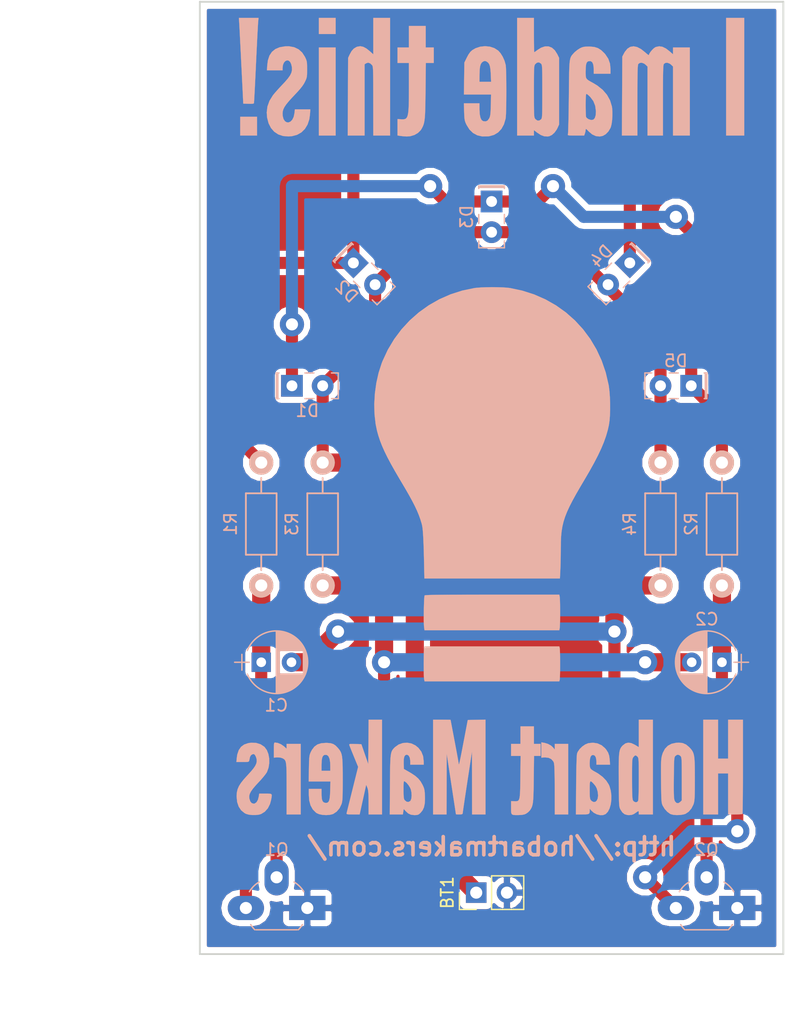
<source format=kicad_pcb>
(kicad_pcb (version 4) (host pcbnew 4.0.4-stable)

  (general
    (links 22)
    (no_connects 0)
    (area 192.964999 73.584999 243.915001 154.029)
    (thickness 1.6)
    (drawings 7)
    (tracks 76)
    (zones 0)
    (modules 15)
    (nets 9)
  )

  (page A4)
  (layers
    (0 F.Cu signal)
    (31 B.Cu signal)
    (32 B.Adhes user)
    (33 F.Adhes user)
    (34 B.Paste user)
    (35 F.Paste user)
    (36 B.SilkS user)
    (37 F.SilkS user)
    (38 B.Mask user)
    (39 F.Mask user)
    (40 Dwgs.User user)
    (41 Cmts.User user)
    (42 Eco1.User user)
    (43 Eco2.User user)
    (44 Edge.Cuts user)
    (45 Margin user)
    (46 B.CrtYd user)
    (47 F.CrtYd user)
    (48 B.Fab user)
    (49 F.Fab user)
  )

  (setup
    (last_trace_width 1)
    (trace_clearance 0.2)
    (zone_clearance 0.508)
    (zone_45_only no)
    (trace_min 0.2)
    (segment_width 0.2)
    (edge_width 0.15)
    (via_size 2)
    (via_drill 1)
    (via_min_size 0.4)
    (via_min_drill 0.3)
    (uvia_size 0.3)
    (uvia_drill 0.1)
    (uvias_allowed no)
    (uvia_min_size 0.2)
    (uvia_min_drill 0.1)
    (pcb_text_width 0.3)
    (pcb_text_size 1.5 1.5)
    (mod_edge_width 0.15)
    (mod_text_size 1 1)
    (mod_text_width 0.15)
    (pad_size 1.524 1.524)
    (pad_drill 0.762)
    (pad_to_mask_clearance 0.2)
    (aux_axis_origin 194.31 153.67)
    (visible_elements 7FFFFFFF)
    (pcbplotparams
      (layerselection 0x010f0_80000001)
      (usegerberextensions false)
      (excludeedgelayer true)
      (linewidth 0.100000)
      (plotframeref false)
      (viasonmask false)
      (mode 1)
      (useauxorigin true)
      (hpglpennumber 1)
      (hpglpenspeed 20)
      (hpglpendiameter 15)
      (hpglpenoverlay 2)
      (psnegative false)
      (psa4output false)
      (plotreference true)
      (plotvalue true)
      (plotinvisibletext false)
      (padsonsilk false)
      (subtractmaskfromsilk false)
      (outputformat 1)
      (mirror false)
      (drillshape 0)
      (scaleselection 1)
      (outputdirectory gerbers/))
  )

  (net 0 "")
  (net 1 "Net-(D1-Pad1)")
  (net 2 +9V)
  (net 3 "Net-(D2-Pad1)")
  (net 4 "Net-(C2-Pad2)")
  (net 5 GND)
  (net 6 "Net-(C1-Pad1)")
  (net 7 "Net-(C1-Pad2)")
  (net 8 "Net-(C2-Pad1)")

  (net_class Default "This is the default net class."
    (clearance 0.2)
    (trace_width 1)
    (via_dia 2)
    (via_drill 1)
    (uvia_dia 0.3)
    (uvia_drill 0.1)
    (add_net +9V)
    (add_net GND)
    (add_net "Net-(C1-Pad1)")
    (add_net "Net-(C1-Pad2)")
    (add_net "Net-(C2-Pad1)")
    (add_net "Net-(C2-Pad2)")
    (add_net "Net-(D1-Pad1)")
    (add_net "Net-(D2-Pad1)")
  )

  (net_class orig ""
    (clearance 0.2)
    (trace_width 0.25)
    (via_dia 0.6)
    (via_drill 0.4)
    (uvia_dia 0.3)
    (uvia_drill 0.1)
  )

  (module LEDs:LED_Rectangular_W5.0mm_H2.0mm (layer B.Cu) (tedit 588C81E5) (tstamp 588C7914)
    (at 207.01 96.52 315)
    (descr "LED_Rectangular, Rectangular,  Rectangular size 5.0x2.0mm^2, 2 pins, http://www.kingbright.com/attachments/file/psearch/000/00/00/L-169XCGDK(Ver.9B).pdf")
    (tags "LED_Rectangular Rectangular  Rectangular size 5.0x2.0mm^2 2 pins")
    (path /588C748C)
    (fp_text reference D2 (at 1.270001 2.06 315) (layer B.SilkS)
      (effects (font (size 1 1) (thickness 0.15)) (justify mirror))
    )
    (fp_text value LED (at 1.270001 -2.06 315) (layer B.Fab)
      (effects (font (size 1 1) (thickness 0.15)) (justify mirror))
    )
    (fp_line (start -1.23 1) (end -1.23 -1) (layer B.Fab) (width 0.1))
    (fp_line (start -1.23 -1) (end 3.77 -1) (layer B.Fab) (width 0.1))
    (fp_line (start 3.77 -1) (end 3.77 1) (layer B.Fab) (width 0.1))
    (fp_line (start 3.77 1) (end -1.23 1) (layer B.Fab) (width 0.1))
    (fp_line (start -1.29 1.06) (end -1.08 1.06) (layer B.SilkS) (width 0.12))
    (fp_line (start 1.08 1.06) (end 1.811 1.06) (layer B.SilkS) (width 0.12))
    (fp_line (start 3.27 1.06) (end 3.83 1.06) (layer B.SilkS) (width 0.12))
    (fp_line (start -1.29 -1.06) (end -1.08 -1.06) (layer B.SilkS) (width 0.12))
    (fp_line (start 1.08 -1.06) (end 1.811 -1.06) (layer B.SilkS) (width 0.12))
    (fp_line (start 3.27 -1.06) (end 3.83 -1.06) (layer B.SilkS) (width 0.12))
    (fp_line (start -1.29 1.06) (end -1.29 -1.06) (layer B.SilkS) (width 0.12))
    (fp_line (start 3.83 1.06) (end 3.83 -1.06) (layer B.SilkS) (width 0.12))
    (fp_line (start -1.17 1.06) (end -1.17 -1.06) (layer B.SilkS) (width 0.12))
    (fp_line (start -1.55 1.35) (end -1.55 -1.35) (layer B.CrtYd) (width 0.05))
    (fp_line (start -1.55 -1.35) (end 4.1 -1.35) (layer B.CrtYd) (width 0.05))
    (fp_line (start 4.1 -1.35) (end 4.1 1.35) (layer B.CrtYd) (width 0.05))
    (fp_line (start 4.1 1.35) (end -1.55 1.35) (layer B.CrtYd) (width 0.05))
    (pad 1 thru_hole rect (at 0 0 315) (size 1.8 1.8) (drill 0.9) (layers *.Cu *.Mask)
      (net 3 "Net-(D2-Pad1)"))
    (pad 2 thru_hole circle (at 2.54 0 315) (size 1.8 1.8) (drill 0.9) (layers *.Cu *.Mask)
      (net 2 +9V))
    (model LEDs.3dshapes/LED_Rectangular_W5.0mm_H2.0mm.wrl
      (at (xyz 0 0 0))
      (scale (xyz 0.393701 0.393701 0.393701))
      (rotate (xyz 0 0 0))
    )
  )

  (module LEDs:LED_Rectangular_W5.0mm_H2.0mm (layer B.Cu) (tedit 588C81FF) (tstamp 588C791A)
    (at 229.87 96.52 225)
    (descr "LED_Rectangular, Rectangular,  Rectangular size 5.0x2.0mm^2, 2 pins, http://www.kingbright.com/attachments/file/psearch/000/00/00/L-169XCGDK(Ver.9B).pdf")
    (tags "LED_Rectangular Rectangular  Rectangular size 5.0x2.0mm^2 2 pins")
    (path /588C7421)
    (fp_text reference D4 (at 1.270001 2.06 225) (layer B.SilkS)
      (effects (font (size 1 1) (thickness 0.15)) (justify mirror))
    )
    (fp_text value LED (at 1.270001 -2.06 225) (layer B.Fab)
      (effects (font (size 1 1) (thickness 0.15)) (justify mirror))
    )
    (fp_line (start -1.23 1) (end -1.23 -1) (layer B.Fab) (width 0.1))
    (fp_line (start -1.23 -1) (end 3.77 -1) (layer B.Fab) (width 0.1))
    (fp_line (start 3.77 -1) (end 3.77 1) (layer B.Fab) (width 0.1))
    (fp_line (start 3.77 1) (end -1.23 1) (layer B.Fab) (width 0.1))
    (fp_line (start -1.29 1.06) (end -1.08 1.06) (layer B.SilkS) (width 0.12))
    (fp_line (start 1.08 1.06) (end 1.811 1.06) (layer B.SilkS) (width 0.12))
    (fp_line (start 3.27 1.06) (end 3.83 1.06) (layer B.SilkS) (width 0.12))
    (fp_line (start -1.29 -1.06) (end -1.08 -1.06) (layer B.SilkS) (width 0.12))
    (fp_line (start 1.08 -1.06) (end 1.811 -1.06) (layer B.SilkS) (width 0.12))
    (fp_line (start 3.27 -1.06) (end 3.83 -1.06) (layer B.SilkS) (width 0.12))
    (fp_line (start -1.29 1.06) (end -1.29 -1.06) (layer B.SilkS) (width 0.12))
    (fp_line (start 3.83 1.06) (end 3.83 -1.06) (layer B.SilkS) (width 0.12))
    (fp_line (start -1.17 1.06) (end -1.17 -1.06) (layer B.SilkS) (width 0.12))
    (fp_line (start -1.55 1.35) (end -1.55 -1.35) (layer B.CrtYd) (width 0.05))
    (fp_line (start -1.55 -1.35) (end 4.1 -1.35) (layer B.CrtYd) (width 0.05))
    (fp_line (start 4.1 -1.35) (end 4.1 1.35) (layer B.CrtYd) (width 0.05))
    (fp_line (start 4.1 1.35) (end -1.55 1.35) (layer B.CrtYd) (width 0.05))
    (pad 1 thru_hole rect (at 0 0 225) (size 1.8 1.8) (drill 0.9) (layers *.Cu *.Mask)
      (net 3 "Net-(D2-Pad1)"))
    (pad 2 thru_hole circle (at 2.54 0 225) (size 1.8 1.8) (drill 0.9) (layers *.Cu *.Mask)
      (net 2 +9V))
    (model LEDs.3dshapes/LED_Rectangular_W5.0mm_H2.0mm.wrl
      (at (xyz 0 0 0))
      (scale (xyz 0.393701 0.393701 0.393701))
      (rotate (xyz 0 0 0))
    )
  )

  (module LEDs:LED_Rectangular_W5.0mm_H2.0mm (layer B.Cu) (tedit 588C81D9) (tstamp 588C7920)
    (at 201.93 106.68)
    (descr "LED_Rectangular, Rectangular,  Rectangular size 5.0x2.0mm^2, 2 pins, http://www.kingbright.com/attachments/file/psearch/000/00/00/L-169XCGDK(Ver.9B).pdf")
    (tags "LED_Rectangular Rectangular  Rectangular size 5.0x2.0mm^2 2 pins")
    (path /588C73CB)
    (fp_text reference D1 (at 1.27 2.06) (layer B.SilkS)
      (effects (font (size 1 1) (thickness 0.15)) (justify mirror))
    )
    (fp_text value LED (at 1.27 -2.06) (layer B.Fab)
      (effects (font (size 1 1) (thickness 0.15)) (justify mirror))
    )
    (fp_line (start -1.23 1) (end -1.23 -1) (layer B.Fab) (width 0.1))
    (fp_line (start -1.23 -1) (end 3.77 -1) (layer B.Fab) (width 0.1))
    (fp_line (start 3.77 -1) (end 3.77 1) (layer B.Fab) (width 0.1))
    (fp_line (start 3.77 1) (end -1.23 1) (layer B.Fab) (width 0.1))
    (fp_line (start -1.29 1.06) (end -1.08 1.06) (layer B.SilkS) (width 0.12))
    (fp_line (start 1.08 1.06) (end 1.811 1.06) (layer B.SilkS) (width 0.12))
    (fp_line (start 3.27 1.06) (end 3.83 1.06) (layer B.SilkS) (width 0.12))
    (fp_line (start -1.29 -1.06) (end -1.08 -1.06) (layer B.SilkS) (width 0.12))
    (fp_line (start 1.08 -1.06) (end 1.811 -1.06) (layer B.SilkS) (width 0.12))
    (fp_line (start 3.27 -1.06) (end 3.83 -1.06) (layer B.SilkS) (width 0.12))
    (fp_line (start -1.29 1.06) (end -1.29 -1.06) (layer B.SilkS) (width 0.12))
    (fp_line (start 3.83 1.06) (end 3.83 -1.06) (layer B.SilkS) (width 0.12))
    (fp_line (start -1.17 1.06) (end -1.17 -1.06) (layer B.SilkS) (width 0.12))
    (fp_line (start -1.55 1.35) (end -1.55 -1.35) (layer B.CrtYd) (width 0.05))
    (fp_line (start -1.55 -1.35) (end 4.1 -1.35) (layer B.CrtYd) (width 0.05))
    (fp_line (start 4.1 -1.35) (end 4.1 1.35) (layer B.CrtYd) (width 0.05))
    (fp_line (start 4.1 1.35) (end -1.55 1.35) (layer B.CrtYd) (width 0.05))
    (pad 1 thru_hole rect (at 0 0) (size 1.8 1.8) (drill 0.9) (layers *.Cu *.Mask)
      (net 1 "Net-(D1-Pad1)"))
    (pad 2 thru_hole circle (at 2.54 0) (size 1.8 1.8) (drill 0.9) (layers *.Cu *.Mask)
      (net 2 +9V))
    (model LEDs.3dshapes/LED_Rectangular_W5.0mm_H2.0mm.wrl
      (at (xyz 0 0 0))
      (scale (xyz 0.393701 0.393701 0.393701))
      (rotate (xyz 0 0 0))
    )
  )

  (module LEDs:LED_Rectangular_W5.0mm_H2.0mm (layer B.Cu) (tedit 588C81EE) (tstamp 588C7926)
    (at 218.44 91.44 270)
    (descr "LED_Rectangular, Rectangular,  Rectangular size 5.0x2.0mm^2, 2 pins, http://www.kingbright.com/attachments/file/psearch/000/00/00/L-169XCGDK(Ver.9B).pdf")
    (tags "LED_Rectangular Rectangular  Rectangular size 5.0x2.0mm^2 2 pins")
    (path /588C72DA)
    (fp_text reference D3 (at 1.27 2.06 270) (layer B.SilkS)
      (effects (font (size 1 1) (thickness 0.15)) (justify mirror))
    )
    (fp_text value LED (at 1.27 -2.06 270) (layer B.Fab)
      (effects (font (size 1 1) (thickness 0.15)) (justify mirror))
    )
    (fp_line (start -1.23 1) (end -1.23 -1) (layer B.Fab) (width 0.1))
    (fp_line (start -1.23 -1) (end 3.77 -1) (layer B.Fab) (width 0.1))
    (fp_line (start 3.77 -1) (end 3.77 1) (layer B.Fab) (width 0.1))
    (fp_line (start 3.77 1) (end -1.23 1) (layer B.Fab) (width 0.1))
    (fp_line (start -1.29 1.06) (end -1.08 1.06) (layer B.SilkS) (width 0.12))
    (fp_line (start 1.08 1.06) (end 1.811 1.06) (layer B.SilkS) (width 0.12))
    (fp_line (start 3.27 1.06) (end 3.83 1.06) (layer B.SilkS) (width 0.12))
    (fp_line (start -1.29 -1.06) (end -1.08 -1.06) (layer B.SilkS) (width 0.12))
    (fp_line (start 1.08 -1.06) (end 1.811 -1.06) (layer B.SilkS) (width 0.12))
    (fp_line (start 3.27 -1.06) (end 3.83 -1.06) (layer B.SilkS) (width 0.12))
    (fp_line (start -1.29 1.06) (end -1.29 -1.06) (layer B.SilkS) (width 0.12))
    (fp_line (start 3.83 1.06) (end 3.83 -1.06) (layer B.SilkS) (width 0.12))
    (fp_line (start -1.17 1.06) (end -1.17 -1.06) (layer B.SilkS) (width 0.12))
    (fp_line (start -1.55 1.35) (end -1.55 -1.35) (layer B.CrtYd) (width 0.05))
    (fp_line (start -1.55 -1.35) (end 4.1 -1.35) (layer B.CrtYd) (width 0.05))
    (fp_line (start 4.1 -1.35) (end 4.1 1.35) (layer B.CrtYd) (width 0.05))
    (fp_line (start 4.1 1.35) (end -1.55 1.35) (layer B.CrtYd) (width 0.05))
    (pad 1 thru_hole rect (at 0 0 270) (size 1.8 1.8) (drill 0.9) (layers *.Cu *.Mask)
      (net 1 "Net-(D1-Pad1)"))
    (pad 2 thru_hole circle (at 2.54 0 270) (size 1.8 1.8) (drill 0.9) (layers *.Cu *.Mask)
      (net 2 +9V))
    (model LEDs.3dshapes/LED_Rectangular_W5.0mm_H2.0mm.wrl
      (at (xyz 0 0 0))
      (scale (xyz 0.393701 0.393701 0.393701))
      (rotate (xyz 0 0 0))
    )
  )

  (module LEDs:LED_Rectangular_W5.0mm_H2.0mm (layer B.Cu) (tedit 587A3A7B) (tstamp 588C792C)
    (at 234.95 106.68 180)
    (descr "LED_Rectangular, Rectangular,  Rectangular size 5.0x2.0mm^2, 2 pins, http://www.kingbright.com/attachments/file/psearch/000/00/00/L-169XCGDK(Ver.9B).pdf")
    (tags "LED_Rectangular Rectangular  Rectangular size 5.0x2.0mm^2 2 pins")
    (path /588C7360)
    (fp_text reference D5 (at 1.27 2.06 180) (layer B.SilkS)
      (effects (font (size 1 1) (thickness 0.15)) (justify mirror))
    )
    (fp_text value LED (at 1.27 -2.06 180) (layer B.Fab)
      (effects (font (size 1 1) (thickness 0.15)) (justify mirror))
    )
    (fp_line (start -1.23 1) (end -1.23 -1) (layer B.Fab) (width 0.1))
    (fp_line (start -1.23 -1) (end 3.77 -1) (layer B.Fab) (width 0.1))
    (fp_line (start 3.77 -1) (end 3.77 1) (layer B.Fab) (width 0.1))
    (fp_line (start 3.77 1) (end -1.23 1) (layer B.Fab) (width 0.1))
    (fp_line (start -1.29 1.06) (end -1.08 1.06) (layer B.SilkS) (width 0.12))
    (fp_line (start 1.08 1.06) (end 1.811 1.06) (layer B.SilkS) (width 0.12))
    (fp_line (start 3.27 1.06) (end 3.83 1.06) (layer B.SilkS) (width 0.12))
    (fp_line (start -1.29 -1.06) (end -1.08 -1.06) (layer B.SilkS) (width 0.12))
    (fp_line (start 1.08 -1.06) (end 1.811 -1.06) (layer B.SilkS) (width 0.12))
    (fp_line (start 3.27 -1.06) (end 3.83 -1.06) (layer B.SilkS) (width 0.12))
    (fp_line (start -1.29 1.06) (end -1.29 -1.06) (layer B.SilkS) (width 0.12))
    (fp_line (start 3.83 1.06) (end 3.83 -1.06) (layer B.SilkS) (width 0.12))
    (fp_line (start -1.17 1.06) (end -1.17 -1.06) (layer B.SilkS) (width 0.12))
    (fp_line (start -1.55 1.35) (end -1.55 -1.35) (layer B.CrtYd) (width 0.05))
    (fp_line (start -1.55 -1.35) (end 4.1 -1.35) (layer B.CrtYd) (width 0.05))
    (fp_line (start 4.1 -1.35) (end 4.1 1.35) (layer B.CrtYd) (width 0.05))
    (fp_line (start 4.1 1.35) (end -1.55 1.35) (layer B.CrtYd) (width 0.05))
    (pad 1 thru_hole rect (at 0 0 180) (size 1.8 1.8) (drill 0.9) (layers *.Cu *.Mask)
      (net 1 "Net-(D1-Pad1)"))
    (pad 2 thru_hole circle (at 2.54 0 180) (size 1.8 1.8) (drill 0.9) (layers *.Cu *.Mask)
      (net 2 +9V))
    (model LEDs.3dshapes/LED_Rectangular_W5.0mm_H2.0mm.wrl
      (at (xyz 0 0 0))
      (scale (xyz 0.393701 0.393701 0.393701))
      (rotate (xyz 0 0 0))
    )
  )

  (module TO_SOT_Packages_THT:TO-92_Rugged (layer B.Cu) (tedit 58610A52) (tstamp 588C7933)
    (at 203.2 149.86 180)
    (descr "TO-92 rugged, leads molded, wide, drill 1mm (see NXP sot054_po.pdf)")
    (tags "to-92 sc-43 sc-43a sot54 PA33 transistor")
    (path /5851FC24)
    (fp_text reference Q1 (at 2.54 4.826 180) (layer B.SilkS)
      (effects (font (size 1 1) (thickness 0.15)) (justify mirror))
    )
    (fp_text value 2N3904 (at 2.54 -2.794 180) (layer B.Fab)
      (effects (font (size 1 1) (thickness 0.15)) (justify mirror))
    )
    (fp_arc (start 2.34 0.1) (end 0.29 1.35) (angle -27.25399767) (layer B.SilkS) (width 0.12))
    (fp_arc (start 2.74 0.1) (end 4.79 1.35) (angle 27.25399767) (layer B.SilkS) (width 0.12))
    (fp_arc (start 2.44 -0.1) (end 0.74 -1.8) (angle -12.99463195) (layer B.SilkS) (width 0.12))
    (fp_arc (start 2.64 -0.1) (end 4.34 -1.8) (angle 12.99463195) (layer B.SilkS) (width 0.12))
    (fp_line (start 0.84 -1.8) (end 4.24 -1.8) (layer B.SilkS) (width 0.12))
    (fp_line (start 0.8 -1.75) (end 4.3 -1.75) (layer B.Fab) (width 0.1))
    (fp_line (start 0.8 -1.75) (end 4.3 -1.75) (layer B.Fab) (width 0.1))
    (fp_arc (start 2.54 0) (end 2.54 2.48) (angle -135) (layer B.Fab) (width 0.1))
    (fp_arc (start 2.54 0) (end 2.54 2.48) (angle 135) (layer B.Fab) (width 0.1))
    (fp_line (start -1.75 -1.95) (end -1.75 4.3) (layer B.CrtYd) (width 0.05))
    (fp_line (start -1.75 -1.95) (end 6.85 -1.95) (layer B.CrtYd) (width 0.05))
    (fp_line (start -1.75 4.3) (end 6.85 4.3) (layer B.CrtYd) (width 0.05))
    (fp_line (start 6.85 -1.95) (end 6.85 4.3) (layer B.CrtYd) (width 0.05))
    (pad 2 thru_hole oval (at 2.54 2.54 90) (size 3 2) (drill 1) (layers *.Cu *.Mask)
      (net 4 "Net-(C2-Pad2)"))
    (pad 1 thru_hole rect (at 0 0 90) (size 2 3) (drill 1) (layers *.Cu *.Mask)
      (net 5 GND))
    (pad 3 thru_hole oval (at 5.08 0 90) (size 2 3) (drill 1) (layers *.Cu *.Mask)
      (net 6 "Net-(C1-Pad1)"))
    (model TO_SOT_Packages_THT.3dshapes/TO-92_Rugged.wrl
      (at (xyz 0.1 0 0))
      (scale (xyz 1 1 1))
      (rotate (xyz 0 0 -90))
    )
  )

  (module TO_SOT_Packages_THT:TO-92_Rugged (layer B.Cu) (tedit 58610A52) (tstamp 588C793A)
    (at 238.76 149.86 180)
    (descr "TO-92 rugged, leads molded, wide, drill 1mm (see NXP sot054_po.pdf)")
    (tags "to-92 sc-43 sc-43a sot54 PA33 transistor")
    (path /5851F371)
    (fp_text reference Q2 (at 2.54 4.826 180) (layer B.SilkS)
      (effects (font (size 1 1) (thickness 0.15)) (justify mirror))
    )
    (fp_text value 2N3904 (at 2.54 -2.794 180) (layer B.Fab)
      (effects (font (size 1 1) (thickness 0.15)) (justify mirror))
    )
    (fp_arc (start 2.34 0.1) (end 0.29 1.35) (angle -27.25399767) (layer B.SilkS) (width 0.12))
    (fp_arc (start 2.74 0.1) (end 4.79 1.35) (angle 27.25399767) (layer B.SilkS) (width 0.12))
    (fp_arc (start 2.44 -0.1) (end 0.74 -1.8) (angle -12.99463195) (layer B.SilkS) (width 0.12))
    (fp_arc (start 2.64 -0.1) (end 4.34 -1.8) (angle 12.99463195) (layer B.SilkS) (width 0.12))
    (fp_line (start 0.84 -1.8) (end 4.24 -1.8) (layer B.SilkS) (width 0.12))
    (fp_line (start 0.8 -1.75) (end 4.3 -1.75) (layer B.Fab) (width 0.1))
    (fp_line (start 0.8 -1.75) (end 4.3 -1.75) (layer B.Fab) (width 0.1))
    (fp_arc (start 2.54 0) (end 2.54 2.48) (angle -135) (layer B.Fab) (width 0.1))
    (fp_arc (start 2.54 0) (end 2.54 2.48) (angle 135) (layer B.Fab) (width 0.1))
    (fp_line (start -1.75 -1.95) (end -1.75 4.3) (layer B.CrtYd) (width 0.05))
    (fp_line (start -1.75 -1.95) (end 6.85 -1.95) (layer B.CrtYd) (width 0.05))
    (fp_line (start -1.75 4.3) (end 6.85 4.3) (layer B.CrtYd) (width 0.05))
    (fp_line (start 6.85 -1.95) (end 6.85 4.3) (layer B.CrtYd) (width 0.05))
    (pad 2 thru_hole oval (at 2.54 2.54 90) (size 3 2) (drill 1) (layers *.Cu *.Mask)
      (net 7 "Net-(C1-Pad2)"))
    (pad 1 thru_hole rect (at 0 0 90) (size 2 3) (drill 1) (layers *.Cu *.Mask)
      (net 5 GND))
    (pad 3 thru_hole oval (at 5.08 0 90) (size 2 3) (drill 1) (layers *.Cu *.Mask)
      (net 8 "Net-(C2-Pad1)"))
    (model TO_SOT_Packages_THT.3dshapes/TO-92_Rugged.wrl
      (at (xyz 0.1 0 0))
      (scale (xyz 1 1 1))
      (rotate (xyz 0 0 -90))
    )
  )

  (module Resistors_THT:Resistor_Horizontal_RM10mm (layer B.Cu) (tedit 588D83DA) (tstamp 588C7940)
    (at 199.39 113.03 270)
    (descr "Resistor, Axial,  RM 10mm, 1/3W")
    (tags "Resistor Axial RM 10mm 1/3W")
    (path /5851D07F)
    (fp_text reference R1 (at 5.08 2.54 270) (layer B.SilkS)
      (effects (font (size 1 1) (thickness 0.15)) (justify mirror))
    )
    (fp_text value 470 (at 5.08 0 270) (layer B.Fab)
      (effects (font (size 1 1) (thickness 0.15)) (justify mirror))
    )
    (fp_line (start -1.25 1.5) (end 11.4 1.5) (layer B.CrtYd) (width 0.05))
    (fp_line (start -1.25 -1.5) (end -1.25 1.5) (layer B.CrtYd) (width 0.05))
    (fp_line (start 11.4 1.5) (end 11.4 -1.5) (layer B.CrtYd) (width 0.05))
    (fp_line (start -1.25 -1.5) (end 11.4 -1.5) (layer B.CrtYd) (width 0.05))
    (fp_line (start 2.54 1.27) (end 7.62 1.27) (layer B.SilkS) (width 0.15))
    (fp_line (start 7.62 1.27) (end 7.62 -1.27) (layer B.SilkS) (width 0.15))
    (fp_line (start 7.62 -1.27) (end 2.54 -1.27) (layer B.SilkS) (width 0.15))
    (fp_line (start 2.54 -1.27) (end 2.54 1.27) (layer B.SilkS) (width 0.15))
    (fp_line (start 2.54 0) (end 1.27 0) (layer B.SilkS) (width 0.15))
    (fp_line (start 7.62 0) (end 8.89 0) (layer B.SilkS) (width 0.15))
    (pad 1 thru_hole circle (at 0 0 270) (size 1.99898 1.99898) (drill 1.00076) (layers *.Cu *.SilkS *.Mask)
      (net 3 "Net-(D2-Pad1)"))
    (pad 2 thru_hole circle (at 10.16 0 270) (size 1.99898 1.99898) (drill 1.00076) (layers *.Cu *.SilkS *.Mask)
      (net 6 "Net-(C1-Pad1)"))
    (model Resistors_ThroughHole.3dshapes/Resistor_Horizontal_RM10mm.wrl
      (at (xyz 0.2 0 0))
      (scale (xyz 0.4 0.4 0.4))
      (rotate (xyz 0 0 0))
    )
  )

  (module Resistors_THT:Resistor_Horizontal_RM10mm (layer B.Cu) (tedit 588D83E5) (tstamp 588C7946)
    (at 237.49 113.03 270)
    (descr "Resistor, Axial,  RM 10mm, 1/3W")
    (tags "Resistor Axial RM 10mm 1/3W")
    (path /5851D0B1)
    (fp_text reference R2 (at 5.08 2.54 270) (layer B.SilkS)
      (effects (font (size 1 1) (thickness 0.15)) (justify mirror))
    )
    (fp_text value 470 (at 5.08 0 270) (layer B.Fab)
      (effects (font (size 1 1) (thickness 0.15)) (justify mirror))
    )
    (fp_line (start -1.25 1.5) (end 11.4 1.5) (layer B.CrtYd) (width 0.05))
    (fp_line (start -1.25 -1.5) (end -1.25 1.5) (layer B.CrtYd) (width 0.05))
    (fp_line (start 11.4 1.5) (end 11.4 -1.5) (layer B.CrtYd) (width 0.05))
    (fp_line (start -1.25 -1.5) (end 11.4 -1.5) (layer B.CrtYd) (width 0.05))
    (fp_line (start 2.54 1.27) (end 7.62 1.27) (layer B.SilkS) (width 0.15))
    (fp_line (start 7.62 1.27) (end 7.62 -1.27) (layer B.SilkS) (width 0.15))
    (fp_line (start 7.62 -1.27) (end 2.54 -1.27) (layer B.SilkS) (width 0.15))
    (fp_line (start 2.54 -1.27) (end 2.54 1.27) (layer B.SilkS) (width 0.15))
    (fp_line (start 2.54 0) (end 1.27 0) (layer B.SilkS) (width 0.15))
    (fp_line (start 7.62 0) (end 8.89 0) (layer B.SilkS) (width 0.15))
    (pad 1 thru_hole circle (at 0 0 270) (size 1.99898 1.99898) (drill 1.00076) (layers *.Cu *.SilkS *.Mask)
      (net 1 "Net-(D1-Pad1)"))
    (pad 2 thru_hole circle (at 10.16 0 270) (size 1.99898 1.99898) (drill 1.00076) (layers *.Cu *.SilkS *.Mask)
      (net 8 "Net-(C2-Pad1)"))
    (model Resistors_ThroughHole.3dshapes/Resistor_Horizontal_RM10mm.wrl
      (at (xyz 0.2 0 0))
      (scale (xyz 0.4 0.4 0.4))
      (rotate (xyz 0 0 0))
    )
  )

  (module Resistors_THT:Resistor_Horizontal_RM10mm (layer B.Cu) (tedit 588D83D7) (tstamp 588C794C)
    (at 204.47 113.03 270)
    (descr "Resistor, Axial,  RM 10mm, 1/3W")
    (tags "Resistor Axial RM 10mm 1/3W")
    (path /5851D13E)
    (fp_text reference R3 (at 5.08 2.54 270) (layer B.SilkS)
      (effects (font (size 1 1) (thickness 0.15)) (justify mirror))
    )
    (fp_text value 100k (at 5.08 0 270) (layer B.Fab)
      (effects (font (size 1 1) (thickness 0.15)) (justify mirror))
    )
    (fp_line (start -1.25 1.5) (end 11.4 1.5) (layer B.CrtYd) (width 0.05))
    (fp_line (start -1.25 -1.5) (end -1.25 1.5) (layer B.CrtYd) (width 0.05))
    (fp_line (start 11.4 1.5) (end 11.4 -1.5) (layer B.CrtYd) (width 0.05))
    (fp_line (start -1.25 -1.5) (end 11.4 -1.5) (layer B.CrtYd) (width 0.05))
    (fp_line (start 2.54 1.27) (end 7.62 1.27) (layer B.SilkS) (width 0.15))
    (fp_line (start 7.62 1.27) (end 7.62 -1.27) (layer B.SilkS) (width 0.15))
    (fp_line (start 7.62 -1.27) (end 2.54 -1.27) (layer B.SilkS) (width 0.15))
    (fp_line (start 2.54 -1.27) (end 2.54 1.27) (layer B.SilkS) (width 0.15))
    (fp_line (start 2.54 0) (end 1.27 0) (layer B.SilkS) (width 0.15))
    (fp_line (start 7.62 0) (end 8.89 0) (layer B.SilkS) (width 0.15))
    (pad 1 thru_hole circle (at 0 0 270) (size 1.99898 1.99898) (drill 1.00076) (layers *.Cu *.SilkS *.Mask)
      (net 2 +9V))
    (pad 2 thru_hole circle (at 10.16 0 270) (size 1.99898 1.99898) (drill 1.00076) (layers *.Cu *.SilkS *.Mask)
      (net 4 "Net-(C2-Pad2)"))
    (model Resistors_ThroughHole.3dshapes/Resistor_Horizontal_RM10mm.wrl
      (at (xyz 0.2 0 0))
      (scale (xyz 0.4 0.4 0.4))
      (rotate (xyz 0 0 0))
    )
  )

  (module Resistors_THT:Resistor_Horizontal_RM10mm (layer B.Cu) (tedit 588D83DF) (tstamp 588C7952)
    (at 232.41 113.03 270)
    (descr "Resistor, Axial,  RM 10mm, 1/3W")
    (tags "Resistor Axial RM 10mm 1/3W")
    (path /5851D107)
    (fp_text reference R4 (at 5.08 2.54 270) (layer B.SilkS)
      (effects (font (size 1 1) (thickness 0.15)) (justify mirror))
    )
    (fp_text value 100k (at 5.08 0 270) (layer B.Fab)
      (effects (font (size 1 1) (thickness 0.15)) (justify mirror))
    )
    (fp_line (start -1.25 1.5) (end 11.4 1.5) (layer B.CrtYd) (width 0.05))
    (fp_line (start -1.25 -1.5) (end -1.25 1.5) (layer B.CrtYd) (width 0.05))
    (fp_line (start 11.4 1.5) (end 11.4 -1.5) (layer B.CrtYd) (width 0.05))
    (fp_line (start -1.25 -1.5) (end 11.4 -1.5) (layer B.CrtYd) (width 0.05))
    (fp_line (start 2.54 1.27) (end 7.62 1.27) (layer B.SilkS) (width 0.15))
    (fp_line (start 7.62 1.27) (end 7.62 -1.27) (layer B.SilkS) (width 0.15))
    (fp_line (start 7.62 -1.27) (end 2.54 -1.27) (layer B.SilkS) (width 0.15))
    (fp_line (start 2.54 -1.27) (end 2.54 1.27) (layer B.SilkS) (width 0.15))
    (fp_line (start 2.54 0) (end 1.27 0) (layer B.SilkS) (width 0.15))
    (fp_line (start 7.62 0) (end 8.89 0) (layer B.SilkS) (width 0.15))
    (pad 1 thru_hole circle (at 0 0 270) (size 1.99898 1.99898) (drill 1.00076) (layers *.Cu *.SilkS *.Mask)
      (net 2 +9V))
    (pad 2 thru_hole circle (at 10.16 0 270) (size 1.99898 1.99898) (drill 1.00076) (layers *.Cu *.SilkS *.Mask)
      (net 7 "Net-(C1-Pad2)"))
    (model Resistors_ThroughHole.3dshapes/Resistor_Horizontal_RM10mm.wrl
      (at (xyz 0.2 0 0))
      (scale (xyz 0.4 0.4 0.4))
      (rotate (xyz 0 0 0))
    )
  )

  (module Capacitors_ThroughHole:CP_Radial_D5.0mm_P2.50mm (layer B.Cu) (tedit 58765D06) (tstamp 588C84CE)
    (at 199.39 129.54)
    (descr "CP, Radial series, Radial, pin pitch=2.50mm, , diameter=5mm, Electrolytic Capacitor")
    (tags "CP Radial series Radial pin pitch 2.50mm  diameter 5mm Electrolytic Capacitor")
    (path /5851D1EC)
    (fp_text reference C1 (at 1.25 3.56) (layer B.SilkS)
      (effects (font (size 1 1) (thickness 0.15)) (justify mirror))
    )
    (fp_text value 10uF (at 1.25 -3.56) (layer B.Fab)
      (effects (font (size 1 1) (thickness 0.15)) (justify mirror))
    )
    (fp_arc (start 1.25 0) (end -1.147436 0.98) (angle -135.5) (layer B.SilkS) (width 0.12))
    (fp_arc (start 1.25 0) (end -1.147436 -0.98) (angle 135.5) (layer B.SilkS) (width 0.12))
    (fp_arc (start 1.25 0) (end 3.647436 0.98) (angle -44.5) (layer B.SilkS) (width 0.12))
    (fp_circle (center 1.25 0) (end 3.75 0) (layer B.Fab) (width 0.1))
    (fp_line (start -2.2 0) (end -1 0) (layer B.Fab) (width 0.1))
    (fp_line (start -1.6 0.65) (end -1.6 -0.65) (layer B.Fab) (width 0.1))
    (fp_line (start 1.25 2.55) (end 1.25 -2.55) (layer B.SilkS) (width 0.12))
    (fp_line (start 1.29 2.55) (end 1.29 -2.55) (layer B.SilkS) (width 0.12))
    (fp_line (start 1.33 2.549) (end 1.33 -2.549) (layer B.SilkS) (width 0.12))
    (fp_line (start 1.37 2.548) (end 1.37 -2.548) (layer B.SilkS) (width 0.12))
    (fp_line (start 1.41 2.546) (end 1.41 -2.546) (layer B.SilkS) (width 0.12))
    (fp_line (start 1.45 2.543) (end 1.45 -2.543) (layer B.SilkS) (width 0.12))
    (fp_line (start 1.49 2.539) (end 1.49 -2.539) (layer B.SilkS) (width 0.12))
    (fp_line (start 1.53 2.535) (end 1.53 0.98) (layer B.SilkS) (width 0.12))
    (fp_line (start 1.53 -0.98) (end 1.53 -2.535) (layer B.SilkS) (width 0.12))
    (fp_line (start 1.57 2.531) (end 1.57 0.98) (layer B.SilkS) (width 0.12))
    (fp_line (start 1.57 -0.98) (end 1.57 -2.531) (layer B.SilkS) (width 0.12))
    (fp_line (start 1.61 2.525) (end 1.61 0.98) (layer B.SilkS) (width 0.12))
    (fp_line (start 1.61 -0.98) (end 1.61 -2.525) (layer B.SilkS) (width 0.12))
    (fp_line (start 1.65 2.519) (end 1.65 0.98) (layer B.SilkS) (width 0.12))
    (fp_line (start 1.65 -0.98) (end 1.65 -2.519) (layer B.SilkS) (width 0.12))
    (fp_line (start 1.69 2.513) (end 1.69 0.98) (layer B.SilkS) (width 0.12))
    (fp_line (start 1.69 -0.98) (end 1.69 -2.513) (layer B.SilkS) (width 0.12))
    (fp_line (start 1.73 2.506) (end 1.73 0.98) (layer B.SilkS) (width 0.12))
    (fp_line (start 1.73 -0.98) (end 1.73 -2.506) (layer B.SilkS) (width 0.12))
    (fp_line (start 1.77 2.498) (end 1.77 0.98) (layer B.SilkS) (width 0.12))
    (fp_line (start 1.77 -0.98) (end 1.77 -2.498) (layer B.SilkS) (width 0.12))
    (fp_line (start 1.81 2.489) (end 1.81 0.98) (layer B.SilkS) (width 0.12))
    (fp_line (start 1.81 -0.98) (end 1.81 -2.489) (layer B.SilkS) (width 0.12))
    (fp_line (start 1.85 2.48) (end 1.85 0.98) (layer B.SilkS) (width 0.12))
    (fp_line (start 1.85 -0.98) (end 1.85 -2.48) (layer B.SilkS) (width 0.12))
    (fp_line (start 1.89 2.47) (end 1.89 0.98) (layer B.SilkS) (width 0.12))
    (fp_line (start 1.89 -0.98) (end 1.89 -2.47) (layer B.SilkS) (width 0.12))
    (fp_line (start 1.93 2.46) (end 1.93 0.98) (layer B.SilkS) (width 0.12))
    (fp_line (start 1.93 -0.98) (end 1.93 -2.46) (layer B.SilkS) (width 0.12))
    (fp_line (start 1.971 2.448) (end 1.971 0.98) (layer B.SilkS) (width 0.12))
    (fp_line (start 1.971 -0.98) (end 1.971 -2.448) (layer B.SilkS) (width 0.12))
    (fp_line (start 2.011 2.436) (end 2.011 0.98) (layer B.SilkS) (width 0.12))
    (fp_line (start 2.011 -0.98) (end 2.011 -2.436) (layer B.SilkS) (width 0.12))
    (fp_line (start 2.051 2.424) (end 2.051 0.98) (layer B.SilkS) (width 0.12))
    (fp_line (start 2.051 -0.98) (end 2.051 -2.424) (layer B.SilkS) (width 0.12))
    (fp_line (start 2.091 2.41) (end 2.091 0.98) (layer B.SilkS) (width 0.12))
    (fp_line (start 2.091 -0.98) (end 2.091 -2.41) (layer B.SilkS) (width 0.12))
    (fp_line (start 2.131 2.396) (end 2.131 0.98) (layer B.SilkS) (width 0.12))
    (fp_line (start 2.131 -0.98) (end 2.131 -2.396) (layer B.SilkS) (width 0.12))
    (fp_line (start 2.171 2.382) (end 2.171 0.98) (layer B.SilkS) (width 0.12))
    (fp_line (start 2.171 -0.98) (end 2.171 -2.382) (layer B.SilkS) (width 0.12))
    (fp_line (start 2.211 2.366) (end 2.211 0.98) (layer B.SilkS) (width 0.12))
    (fp_line (start 2.211 -0.98) (end 2.211 -2.366) (layer B.SilkS) (width 0.12))
    (fp_line (start 2.251 2.35) (end 2.251 0.98) (layer B.SilkS) (width 0.12))
    (fp_line (start 2.251 -0.98) (end 2.251 -2.35) (layer B.SilkS) (width 0.12))
    (fp_line (start 2.291 2.333) (end 2.291 0.98) (layer B.SilkS) (width 0.12))
    (fp_line (start 2.291 -0.98) (end 2.291 -2.333) (layer B.SilkS) (width 0.12))
    (fp_line (start 2.331 2.315) (end 2.331 0.98) (layer B.SilkS) (width 0.12))
    (fp_line (start 2.331 -0.98) (end 2.331 -2.315) (layer B.SilkS) (width 0.12))
    (fp_line (start 2.371 2.296) (end 2.371 0.98) (layer B.SilkS) (width 0.12))
    (fp_line (start 2.371 -0.98) (end 2.371 -2.296) (layer B.SilkS) (width 0.12))
    (fp_line (start 2.411 2.276) (end 2.411 0.98) (layer B.SilkS) (width 0.12))
    (fp_line (start 2.411 -0.98) (end 2.411 -2.276) (layer B.SilkS) (width 0.12))
    (fp_line (start 2.451 2.256) (end 2.451 0.98) (layer B.SilkS) (width 0.12))
    (fp_line (start 2.451 -0.98) (end 2.451 -2.256) (layer B.SilkS) (width 0.12))
    (fp_line (start 2.491 2.234) (end 2.491 0.98) (layer B.SilkS) (width 0.12))
    (fp_line (start 2.491 -0.98) (end 2.491 -2.234) (layer B.SilkS) (width 0.12))
    (fp_line (start 2.531 2.212) (end 2.531 0.98) (layer B.SilkS) (width 0.12))
    (fp_line (start 2.531 -0.98) (end 2.531 -2.212) (layer B.SilkS) (width 0.12))
    (fp_line (start 2.571 2.189) (end 2.571 0.98) (layer B.SilkS) (width 0.12))
    (fp_line (start 2.571 -0.98) (end 2.571 -2.189) (layer B.SilkS) (width 0.12))
    (fp_line (start 2.611 2.165) (end 2.611 0.98) (layer B.SilkS) (width 0.12))
    (fp_line (start 2.611 -0.98) (end 2.611 -2.165) (layer B.SilkS) (width 0.12))
    (fp_line (start 2.651 2.14) (end 2.651 0.98) (layer B.SilkS) (width 0.12))
    (fp_line (start 2.651 -0.98) (end 2.651 -2.14) (layer B.SilkS) (width 0.12))
    (fp_line (start 2.691 2.113) (end 2.691 0.98) (layer B.SilkS) (width 0.12))
    (fp_line (start 2.691 -0.98) (end 2.691 -2.113) (layer B.SilkS) (width 0.12))
    (fp_line (start 2.731 2.086) (end 2.731 0.98) (layer B.SilkS) (width 0.12))
    (fp_line (start 2.731 -0.98) (end 2.731 -2.086) (layer B.SilkS) (width 0.12))
    (fp_line (start 2.771 2.058) (end 2.771 0.98) (layer B.SilkS) (width 0.12))
    (fp_line (start 2.771 -0.98) (end 2.771 -2.058) (layer B.SilkS) (width 0.12))
    (fp_line (start 2.811 2.028) (end 2.811 0.98) (layer B.SilkS) (width 0.12))
    (fp_line (start 2.811 -0.98) (end 2.811 -2.028) (layer B.SilkS) (width 0.12))
    (fp_line (start 2.851 1.997) (end 2.851 0.98) (layer B.SilkS) (width 0.12))
    (fp_line (start 2.851 -0.98) (end 2.851 -1.997) (layer B.SilkS) (width 0.12))
    (fp_line (start 2.891 1.965) (end 2.891 0.98) (layer B.SilkS) (width 0.12))
    (fp_line (start 2.891 -0.98) (end 2.891 -1.965) (layer B.SilkS) (width 0.12))
    (fp_line (start 2.931 1.932) (end 2.931 0.98) (layer B.SilkS) (width 0.12))
    (fp_line (start 2.931 -0.98) (end 2.931 -1.932) (layer B.SilkS) (width 0.12))
    (fp_line (start 2.971 1.897) (end 2.971 0.98) (layer B.SilkS) (width 0.12))
    (fp_line (start 2.971 -0.98) (end 2.971 -1.897) (layer B.SilkS) (width 0.12))
    (fp_line (start 3.011 1.861) (end 3.011 0.98) (layer B.SilkS) (width 0.12))
    (fp_line (start 3.011 -0.98) (end 3.011 -1.861) (layer B.SilkS) (width 0.12))
    (fp_line (start 3.051 1.823) (end 3.051 0.98) (layer B.SilkS) (width 0.12))
    (fp_line (start 3.051 -0.98) (end 3.051 -1.823) (layer B.SilkS) (width 0.12))
    (fp_line (start 3.091 1.783) (end 3.091 0.98) (layer B.SilkS) (width 0.12))
    (fp_line (start 3.091 -0.98) (end 3.091 -1.783) (layer B.SilkS) (width 0.12))
    (fp_line (start 3.131 1.742) (end 3.131 0.98) (layer B.SilkS) (width 0.12))
    (fp_line (start 3.131 -0.98) (end 3.131 -1.742) (layer B.SilkS) (width 0.12))
    (fp_line (start 3.171 1.699) (end 3.171 0.98) (layer B.SilkS) (width 0.12))
    (fp_line (start 3.171 -0.98) (end 3.171 -1.699) (layer B.SilkS) (width 0.12))
    (fp_line (start 3.211 1.654) (end 3.211 0.98) (layer B.SilkS) (width 0.12))
    (fp_line (start 3.211 -0.98) (end 3.211 -1.654) (layer B.SilkS) (width 0.12))
    (fp_line (start 3.251 1.606) (end 3.251 0.98) (layer B.SilkS) (width 0.12))
    (fp_line (start 3.251 -0.98) (end 3.251 -1.606) (layer B.SilkS) (width 0.12))
    (fp_line (start 3.291 1.556) (end 3.291 0.98) (layer B.SilkS) (width 0.12))
    (fp_line (start 3.291 -0.98) (end 3.291 -1.556) (layer B.SilkS) (width 0.12))
    (fp_line (start 3.331 1.504) (end 3.331 0.98) (layer B.SilkS) (width 0.12))
    (fp_line (start 3.331 -0.98) (end 3.331 -1.504) (layer B.SilkS) (width 0.12))
    (fp_line (start 3.371 1.448) (end 3.371 0.98) (layer B.SilkS) (width 0.12))
    (fp_line (start 3.371 -0.98) (end 3.371 -1.448) (layer B.SilkS) (width 0.12))
    (fp_line (start 3.411 1.39) (end 3.411 0.98) (layer B.SilkS) (width 0.12))
    (fp_line (start 3.411 -0.98) (end 3.411 -1.39) (layer B.SilkS) (width 0.12))
    (fp_line (start 3.451 1.327) (end 3.451 0.98) (layer B.SilkS) (width 0.12))
    (fp_line (start 3.451 -0.98) (end 3.451 -1.327) (layer B.SilkS) (width 0.12))
    (fp_line (start 3.491 1.261) (end 3.491 -1.261) (layer B.SilkS) (width 0.12))
    (fp_line (start 3.531 1.189) (end 3.531 -1.189) (layer B.SilkS) (width 0.12))
    (fp_line (start 3.571 1.112) (end 3.571 -1.112) (layer B.SilkS) (width 0.12))
    (fp_line (start 3.611 1.028) (end 3.611 -1.028) (layer B.SilkS) (width 0.12))
    (fp_line (start 3.651 0.934) (end 3.651 -0.934) (layer B.SilkS) (width 0.12))
    (fp_line (start 3.691 0.829) (end 3.691 -0.829) (layer B.SilkS) (width 0.12))
    (fp_line (start 3.731 0.707) (end 3.731 -0.707) (layer B.SilkS) (width 0.12))
    (fp_line (start 3.771 0.559) (end 3.771 -0.559) (layer B.SilkS) (width 0.12))
    (fp_line (start 3.811 0.354) (end 3.811 -0.354) (layer B.SilkS) (width 0.12))
    (fp_line (start -2.2 0) (end -1 0) (layer B.SilkS) (width 0.12))
    (fp_line (start -1.6 0.65) (end -1.6 -0.65) (layer B.SilkS) (width 0.12))
    (fp_line (start -1.6 2.85) (end -1.6 -2.85) (layer B.CrtYd) (width 0.05))
    (fp_line (start -1.6 -2.85) (end 4.1 -2.85) (layer B.CrtYd) (width 0.05))
    (fp_line (start 4.1 -2.85) (end 4.1 2.85) (layer B.CrtYd) (width 0.05))
    (fp_line (start 4.1 2.85) (end -1.6 2.85) (layer B.CrtYd) (width 0.05))
    (pad 1 thru_hole rect (at 0 0) (size 1.6 1.6) (drill 0.8) (layers *.Cu *.Mask)
      (net 6 "Net-(C1-Pad1)"))
    (pad 2 thru_hole circle (at 2.5 0) (size 1.6 1.6) (drill 0.8) (layers *.Cu *.Mask)
      (net 7 "Net-(C1-Pad2)"))
    (model Capacitors_ThroughHole.3dshapes/CP_Radial_D5.0mm_P2.50mm.wrl
      (at (xyz 0 0 0))
      (scale (xyz 0.393701 0.393701 0.393701))
      (rotate (xyz 0 0 0))
    )
  )

  (module Capacitors_ThroughHole:CP_Radial_D5.0mm_P2.50mm (layer B.Cu) (tedit 58765D06) (tstamp 588C8552)
    (at 237.49 129.54 180)
    (descr "CP, Radial series, Radial, pin pitch=2.50mm, , diameter=5mm, Electrolytic Capacitor")
    (tags "CP Radial series Radial pin pitch 2.50mm  diameter 5mm Electrolytic Capacitor")
    (path /5851D240)
    (fp_text reference C2 (at 1.25 3.56 180) (layer B.SilkS)
      (effects (font (size 1 1) (thickness 0.15)) (justify mirror))
    )
    (fp_text value 10uF (at 1.25 -3.56 180) (layer B.Fab)
      (effects (font (size 1 1) (thickness 0.15)) (justify mirror))
    )
    (fp_arc (start 1.25 0) (end -1.147436 0.98) (angle -135.5) (layer B.SilkS) (width 0.12))
    (fp_arc (start 1.25 0) (end -1.147436 -0.98) (angle 135.5) (layer B.SilkS) (width 0.12))
    (fp_arc (start 1.25 0) (end 3.647436 0.98) (angle -44.5) (layer B.SilkS) (width 0.12))
    (fp_circle (center 1.25 0) (end 3.75 0) (layer B.Fab) (width 0.1))
    (fp_line (start -2.2 0) (end -1 0) (layer B.Fab) (width 0.1))
    (fp_line (start -1.6 0.65) (end -1.6 -0.65) (layer B.Fab) (width 0.1))
    (fp_line (start 1.25 2.55) (end 1.25 -2.55) (layer B.SilkS) (width 0.12))
    (fp_line (start 1.29 2.55) (end 1.29 -2.55) (layer B.SilkS) (width 0.12))
    (fp_line (start 1.33 2.549) (end 1.33 -2.549) (layer B.SilkS) (width 0.12))
    (fp_line (start 1.37 2.548) (end 1.37 -2.548) (layer B.SilkS) (width 0.12))
    (fp_line (start 1.41 2.546) (end 1.41 -2.546) (layer B.SilkS) (width 0.12))
    (fp_line (start 1.45 2.543) (end 1.45 -2.543) (layer B.SilkS) (width 0.12))
    (fp_line (start 1.49 2.539) (end 1.49 -2.539) (layer B.SilkS) (width 0.12))
    (fp_line (start 1.53 2.535) (end 1.53 0.98) (layer B.SilkS) (width 0.12))
    (fp_line (start 1.53 -0.98) (end 1.53 -2.535) (layer B.SilkS) (width 0.12))
    (fp_line (start 1.57 2.531) (end 1.57 0.98) (layer B.SilkS) (width 0.12))
    (fp_line (start 1.57 -0.98) (end 1.57 -2.531) (layer B.SilkS) (width 0.12))
    (fp_line (start 1.61 2.525) (end 1.61 0.98) (layer B.SilkS) (width 0.12))
    (fp_line (start 1.61 -0.98) (end 1.61 -2.525) (layer B.SilkS) (width 0.12))
    (fp_line (start 1.65 2.519) (end 1.65 0.98) (layer B.SilkS) (width 0.12))
    (fp_line (start 1.65 -0.98) (end 1.65 -2.519) (layer B.SilkS) (width 0.12))
    (fp_line (start 1.69 2.513) (end 1.69 0.98) (layer B.SilkS) (width 0.12))
    (fp_line (start 1.69 -0.98) (end 1.69 -2.513) (layer B.SilkS) (width 0.12))
    (fp_line (start 1.73 2.506) (end 1.73 0.98) (layer B.SilkS) (width 0.12))
    (fp_line (start 1.73 -0.98) (end 1.73 -2.506) (layer B.SilkS) (width 0.12))
    (fp_line (start 1.77 2.498) (end 1.77 0.98) (layer B.SilkS) (width 0.12))
    (fp_line (start 1.77 -0.98) (end 1.77 -2.498) (layer B.SilkS) (width 0.12))
    (fp_line (start 1.81 2.489) (end 1.81 0.98) (layer B.SilkS) (width 0.12))
    (fp_line (start 1.81 -0.98) (end 1.81 -2.489) (layer B.SilkS) (width 0.12))
    (fp_line (start 1.85 2.48) (end 1.85 0.98) (layer B.SilkS) (width 0.12))
    (fp_line (start 1.85 -0.98) (end 1.85 -2.48) (layer B.SilkS) (width 0.12))
    (fp_line (start 1.89 2.47) (end 1.89 0.98) (layer B.SilkS) (width 0.12))
    (fp_line (start 1.89 -0.98) (end 1.89 -2.47) (layer B.SilkS) (width 0.12))
    (fp_line (start 1.93 2.46) (end 1.93 0.98) (layer B.SilkS) (width 0.12))
    (fp_line (start 1.93 -0.98) (end 1.93 -2.46) (layer B.SilkS) (width 0.12))
    (fp_line (start 1.971 2.448) (end 1.971 0.98) (layer B.SilkS) (width 0.12))
    (fp_line (start 1.971 -0.98) (end 1.971 -2.448) (layer B.SilkS) (width 0.12))
    (fp_line (start 2.011 2.436) (end 2.011 0.98) (layer B.SilkS) (width 0.12))
    (fp_line (start 2.011 -0.98) (end 2.011 -2.436) (layer B.SilkS) (width 0.12))
    (fp_line (start 2.051 2.424) (end 2.051 0.98) (layer B.SilkS) (width 0.12))
    (fp_line (start 2.051 -0.98) (end 2.051 -2.424) (layer B.SilkS) (width 0.12))
    (fp_line (start 2.091 2.41) (end 2.091 0.98) (layer B.SilkS) (width 0.12))
    (fp_line (start 2.091 -0.98) (end 2.091 -2.41) (layer B.SilkS) (width 0.12))
    (fp_line (start 2.131 2.396) (end 2.131 0.98) (layer B.SilkS) (width 0.12))
    (fp_line (start 2.131 -0.98) (end 2.131 -2.396) (layer B.SilkS) (width 0.12))
    (fp_line (start 2.171 2.382) (end 2.171 0.98) (layer B.SilkS) (width 0.12))
    (fp_line (start 2.171 -0.98) (end 2.171 -2.382) (layer B.SilkS) (width 0.12))
    (fp_line (start 2.211 2.366) (end 2.211 0.98) (layer B.SilkS) (width 0.12))
    (fp_line (start 2.211 -0.98) (end 2.211 -2.366) (layer B.SilkS) (width 0.12))
    (fp_line (start 2.251 2.35) (end 2.251 0.98) (layer B.SilkS) (width 0.12))
    (fp_line (start 2.251 -0.98) (end 2.251 -2.35) (layer B.SilkS) (width 0.12))
    (fp_line (start 2.291 2.333) (end 2.291 0.98) (layer B.SilkS) (width 0.12))
    (fp_line (start 2.291 -0.98) (end 2.291 -2.333) (layer B.SilkS) (width 0.12))
    (fp_line (start 2.331 2.315) (end 2.331 0.98) (layer B.SilkS) (width 0.12))
    (fp_line (start 2.331 -0.98) (end 2.331 -2.315) (layer B.SilkS) (width 0.12))
    (fp_line (start 2.371 2.296) (end 2.371 0.98) (layer B.SilkS) (width 0.12))
    (fp_line (start 2.371 -0.98) (end 2.371 -2.296) (layer B.SilkS) (width 0.12))
    (fp_line (start 2.411 2.276) (end 2.411 0.98) (layer B.SilkS) (width 0.12))
    (fp_line (start 2.411 -0.98) (end 2.411 -2.276) (layer B.SilkS) (width 0.12))
    (fp_line (start 2.451 2.256) (end 2.451 0.98) (layer B.SilkS) (width 0.12))
    (fp_line (start 2.451 -0.98) (end 2.451 -2.256) (layer B.SilkS) (width 0.12))
    (fp_line (start 2.491 2.234) (end 2.491 0.98) (layer B.SilkS) (width 0.12))
    (fp_line (start 2.491 -0.98) (end 2.491 -2.234) (layer B.SilkS) (width 0.12))
    (fp_line (start 2.531 2.212) (end 2.531 0.98) (layer B.SilkS) (width 0.12))
    (fp_line (start 2.531 -0.98) (end 2.531 -2.212) (layer B.SilkS) (width 0.12))
    (fp_line (start 2.571 2.189) (end 2.571 0.98) (layer B.SilkS) (width 0.12))
    (fp_line (start 2.571 -0.98) (end 2.571 -2.189) (layer B.SilkS) (width 0.12))
    (fp_line (start 2.611 2.165) (end 2.611 0.98) (layer B.SilkS) (width 0.12))
    (fp_line (start 2.611 -0.98) (end 2.611 -2.165) (layer B.SilkS) (width 0.12))
    (fp_line (start 2.651 2.14) (end 2.651 0.98) (layer B.SilkS) (width 0.12))
    (fp_line (start 2.651 -0.98) (end 2.651 -2.14) (layer B.SilkS) (width 0.12))
    (fp_line (start 2.691 2.113) (end 2.691 0.98) (layer B.SilkS) (width 0.12))
    (fp_line (start 2.691 -0.98) (end 2.691 -2.113) (layer B.SilkS) (width 0.12))
    (fp_line (start 2.731 2.086) (end 2.731 0.98) (layer B.SilkS) (width 0.12))
    (fp_line (start 2.731 -0.98) (end 2.731 -2.086) (layer B.SilkS) (width 0.12))
    (fp_line (start 2.771 2.058) (end 2.771 0.98) (layer B.SilkS) (width 0.12))
    (fp_line (start 2.771 -0.98) (end 2.771 -2.058) (layer B.SilkS) (width 0.12))
    (fp_line (start 2.811 2.028) (end 2.811 0.98) (layer B.SilkS) (width 0.12))
    (fp_line (start 2.811 -0.98) (end 2.811 -2.028) (layer B.SilkS) (width 0.12))
    (fp_line (start 2.851 1.997) (end 2.851 0.98) (layer B.SilkS) (width 0.12))
    (fp_line (start 2.851 -0.98) (end 2.851 -1.997) (layer B.SilkS) (width 0.12))
    (fp_line (start 2.891 1.965) (end 2.891 0.98) (layer B.SilkS) (width 0.12))
    (fp_line (start 2.891 -0.98) (end 2.891 -1.965) (layer B.SilkS) (width 0.12))
    (fp_line (start 2.931 1.932) (end 2.931 0.98) (layer B.SilkS) (width 0.12))
    (fp_line (start 2.931 -0.98) (end 2.931 -1.932) (layer B.SilkS) (width 0.12))
    (fp_line (start 2.971 1.897) (end 2.971 0.98) (layer B.SilkS) (width 0.12))
    (fp_line (start 2.971 -0.98) (end 2.971 -1.897) (layer B.SilkS) (width 0.12))
    (fp_line (start 3.011 1.861) (end 3.011 0.98) (layer B.SilkS) (width 0.12))
    (fp_line (start 3.011 -0.98) (end 3.011 -1.861) (layer B.SilkS) (width 0.12))
    (fp_line (start 3.051 1.823) (end 3.051 0.98) (layer B.SilkS) (width 0.12))
    (fp_line (start 3.051 -0.98) (end 3.051 -1.823) (layer B.SilkS) (width 0.12))
    (fp_line (start 3.091 1.783) (end 3.091 0.98) (layer B.SilkS) (width 0.12))
    (fp_line (start 3.091 -0.98) (end 3.091 -1.783) (layer B.SilkS) (width 0.12))
    (fp_line (start 3.131 1.742) (end 3.131 0.98) (layer B.SilkS) (width 0.12))
    (fp_line (start 3.131 -0.98) (end 3.131 -1.742) (layer B.SilkS) (width 0.12))
    (fp_line (start 3.171 1.699) (end 3.171 0.98) (layer B.SilkS) (width 0.12))
    (fp_line (start 3.171 -0.98) (end 3.171 -1.699) (layer B.SilkS) (width 0.12))
    (fp_line (start 3.211 1.654) (end 3.211 0.98) (layer B.SilkS) (width 0.12))
    (fp_line (start 3.211 -0.98) (end 3.211 -1.654) (layer B.SilkS) (width 0.12))
    (fp_line (start 3.251 1.606) (end 3.251 0.98) (layer B.SilkS) (width 0.12))
    (fp_line (start 3.251 -0.98) (end 3.251 -1.606) (layer B.SilkS) (width 0.12))
    (fp_line (start 3.291 1.556) (end 3.291 0.98) (layer B.SilkS) (width 0.12))
    (fp_line (start 3.291 -0.98) (end 3.291 -1.556) (layer B.SilkS) (width 0.12))
    (fp_line (start 3.331 1.504) (end 3.331 0.98) (layer B.SilkS) (width 0.12))
    (fp_line (start 3.331 -0.98) (end 3.331 -1.504) (layer B.SilkS) (width 0.12))
    (fp_line (start 3.371 1.448) (end 3.371 0.98) (layer B.SilkS) (width 0.12))
    (fp_line (start 3.371 -0.98) (end 3.371 -1.448) (layer B.SilkS) (width 0.12))
    (fp_line (start 3.411 1.39) (end 3.411 0.98) (layer B.SilkS) (width 0.12))
    (fp_line (start 3.411 -0.98) (end 3.411 -1.39) (layer B.SilkS) (width 0.12))
    (fp_line (start 3.451 1.327) (end 3.451 0.98) (layer B.SilkS) (width 0.12))
    (fp_line (start 3.451 -0.98) (end 3.451 -1.327) (layer B.SilkS) (width 0.12))
    (fp_line (start 3.491 1.261) (end 3.491 -1.261) (layer B.SilkS) (width 0.12))
    (fp_line (start 3.531 1.189) (end 3.531 -1.189) (layer B.SilkS) (width 0.12))
    (fp_line (start 3.571 1.112) (end 3.571 -1.112) (layer B.SilkS) (width 0.12))
    (fp_line (start 3.611 1.028) (end 3.611 -1.028) (layer B.SilkS) (width 0.12))
    (fp_line (start 3.651 0.934) (end 3.651 -0.934) (layer B.SilkS) (width 0.12))
    (fp_line (start 3.691 0.829) (end 3.691 -0.829) (layer B.SilkS) (width 0.12))
    (fp_line (start 3.731 0.707) (end 3.731 -0.707) (layer B.SilkS) (width 0.12))
    (fp_line (start 3.771 0.559) (end 3.771 -0.559) (layer B.SilkS) (width 0.12))
    (fp_line (start 3.811 0.354) (end 3.811 -0.354) (layer B.SilkS) (width 0.12))
    (fp_line (start -2.2 0) (end -1 0) (layer B.SilkS) (width 0.12))
    (fp_line (start -1.6 0.65) (end -1.6 -0.65) (layer B.SilkS) (width 0.12))
    (fp_line (start -1.6 2.85) (end -1.6 -2.85) (layer B.CrtYd) (width 0.05))
    (fp_line (start -1.6 -2.85) (end 4.1 -2.85) (layer B.CrtYd) (width 0.05))
    (fp_line (start 4.1 -2.85) (end 4.1 2.85) (layer B.CrtYd) (width 0.05))
    (fp_line (start 4.1 2.85) (end -1.6 2.85) (layer B.CrtYd) (width 0.05))
    (pad 1 thru_hole rect (at 0 0 180) (size 1.6 1.6) (drill 0.8) (layers *.Cu *.Mask)
      (net 8 "Net-(C2-Pad1)"))
    (pad 2 thru_hole circle (at 2.5 0 180) (size 1.6 1.6) (drill 0.8) (layers *.Cu *.Mask)
      (net 4 "Net-(C2-Pad2)"))
    (model Capacitors_ThroughHole.3dshapes/CP_Radial_D5.0mm_P2.50mm.wrl
      (at (xyz 0 0 0))
      (scale (xyz 0.393701 0.393701 0.393701))
      (rotate (xyz 0 0 0))
    )
  )

  (module HobartMakers:hm-logo-no-rectanges (layer B.Cu) (tedit 0) (tstamp 588D4261)
    (at 218.44 109.22 180)
    (fp_text reference G*** (at 0 0 180) (layer B.SilkS) hide
      (effects (font (thickness 0.3)) (justify mirror))
    )
    (fp_text value LOGO (at 0.75 0 180) (layer B.SilkS) hide
      (effects (font (thickness 0.3)) (justify mirror))
    )
    (fp_poly (pts (xy -15.269885 -26.977062) (xy -14.888007 -27.059848) (xy -14.578884 -27.223918) (xy -14.337923 -27.473361)
      (xy -14.160531 -27.812266) (xy -14.09171 -28.025859) (xy -14.065166 -28.137874) (xy -14.044441 -28.263154)
      (xy -14.029048 -28.415346) (xy -14.018501 -28.608101) (xy -14.012314 -28.855066) (xy -14.010001 -29.169891)
      (xy -14.011075 -29.566225) (xy -14.015052 -30.057716) (xy -14.015985 -30.152078) (xy -14.02133 -30.646719)
      (xy -14.026897 -31.04324) (xy -14.033561 -31.354684) (xy -14.042194 -31.594089) (xy -14.053673 -31.774495)
      (xy -14.068869 -31.908941) (xy -14.088659 -32.010468) (xy -14.113915 -32.092115) (xy -14.145512 -32.166922)
      (xy -14.151977 -32.180744) (xy -14.316003 -32.449028) (xy -14.528314 -32.68351) (xy -14.757715 -32.851564)
      (xy -14.824144 -32.883705) (xy -15.034597 -32.936561) (xy -15.307675 -32.95748) (xy -15.599861 -32.94754)
      (xy -15.867636 -32.907816) (xy -16.038723 -32.85366) (xy -16.301442 -32.677781) (xy -16.524999 -32.416892)
      (xy -16.689632 -32.095436) (xy -16.717554 -32.014004) (xy -16.744916 -31.912704) (xy -16.766624 -31.794761)
      (xy -16.783297 -31.646776) (xy -16.795559 -31.45535) (xy -16.804029 -31.207084) (xy -16.80933 -30.88858)
      (xy -16.812083 -30.486438) (xy -16.812908 -29.98726) (xy -16.812909 -29.960075) (xy -15.729102 -29.960075)
      (xy -15.729102 -31.741157) (xy -15.59628 -31.87398) (xy -15.445376 -31.971085) (xy -15.304276 -31.959902)
      (xy -15.183778 -31.843295) (xy -15.136999 -31.752088) (xy -15.113647 -31.67613) (xy -15.095659 -31.565506)
      (xy -15.082628 -31.408206) (xy -15.074151 -31.192218) (xy -15.069822 -30.905532) (xy -15.069236 -30.536137)
      (xy -15.071988 -30.072021) (xy -15.073748 -29.876232) (xy -15.07876 -29.396518) (xy -15.084118 -29.015514)
      (xy -15.090664 -28.720773) (xy -15.099242 -28.499848) (xy -15.110695 -28.340289) (xy -15.125866 -28.229651)
      (xy -15.145596 -28.155483) (xy -15.170731 -28.10534) (xy -15.195813 -28.073584) (xy -15.342463 -27.971703)
      (xy -15.494706 -27.980597) (xy -15.617943 -28.067833) (xy -15.648674 -28.102986) (xy -15.673156 -28.1483)
      (xy -15.692098 -28.215836) (xy -15.706208 -28.317652) (xy -15.716195 -28.46581) (xy -15.722766 -28.672367)
      (xy -15.726631 -28.949385) (xy -15.728497 -29.308923) (xy -15.729074 -29.76304) (xy -15.729102 -29.960075)
      (xy -16.812909 -29.960075) (xy -16.81291 -29.957549) (xy -16.811899 -29.410302) (xy -16.807341 -28.961345)
      (xy -16.796945 -28.597819) (xy -16.778421 -28.30686) (xy -16.749481 -28.075608) (xy -16.707834 -27.891202)
      (xy -16.651191 -27.740779) (xy -16.577262 -27.611478) (xy -16.483757 -27.490438) (xy -16.368386 -27.364798)
      (xy -16.347467 -27.343122) (xy -16.089656 -27.127537) (xy -15.811993 -27.004425) (xy -15.488655 -26.965012)
      (xy -15.269885 -26.977062)) (layer B.SilkS) (width 0.01))
    (fp_poly (pts (xy -12.171991 -27.337185) (xy -11.855676 -27.146711) (xy -11.559822 -27.005967) (xy -11.299963 -26.967254)
      (xy -11.06474 -27.032037) (xy -10.842793 -27.201778) (xy -10.76538 -27.287163) (xy -10.701004 -27.373181)
      (xy -10.647817 -27.471292) (xy -10.604891 -27.592149) (xy -10.571301 -27.746405) (xy -10.546119 -27.944712)
      (xy -10.528421 -28.197723) (xy -10.51728 -28.516092) (xy -10.511769 -28.91047) (xy -10.510961 -29.391509)
      (xy -10.513932 -29.969864) (xy -10.515404 -30.161856) (xy -10.519948 -30.701321) (xy -10.524464 -31.141249)
      (xy -10.529652 -31.49326) (xy -10.536211 -31.768973) (xy -10.544842 -31.980008) (xy -10.556244 -32.137987)
      (xy -10.571116 -32.254527) (xy -10.590158 -32.34125) (xy -10.61407 -32.409776) (xy -10.643552 -32.471724)
      (xy -10.655889 -32.495074) (xy -10.816804 -32.737816) (xy -10.998841 -32.884723) (xy -11.225402 -32.951094)
      (xy -11.365239 -32.958862) (xy -11.57984 -32.942337) (xy -11.751462 -32.878854) (xy -11.885271 -32.792122)
      (xy -12.021444 -32.69715) (xy -12.117768 -32.636764) (xy -12.14372 -32.625383) (xy -12.164994 -32.673074)
      (xy -12.171991 -32.764332) (xy -12.171991 -32.903282) (xy -13.339168 -32.903282) (xy -13.339168 -29.961203)
      (xy -12.171991 -29.961203) (xy -12.169994 -30.516082) (xy -12.164085 -30.97689) (xy -12.154383 -31.339908)
      (xy -12.141008 -31.601416) (xy -12.12408 -31.757694) (xy -12.112673 -31.79867) (xy -12.015271 -31.883502)
      (xy -11.883355 -31.890035) (xy -11.755278 -31.823915) (xy -11.687774 -31.736105) (xy -11.665738 -31.658252)
      (xy -11.648278 -31.515946) (xy -11.635046 -31.300405) (xy -11.625694 -31.002846) (xy -11.619874 -30.614486)
      (xy -11.617238 -30.126544) (xy -11.617011 -29.951149) (xy -11.61708 -29.479275) (xy -11.618357 -29.105679)
      (xy -11.621665 -28.817479) (xy -11.627824 -28.601794) (xy -11.637658 -28.445742) (xy -11.651988 -28.336442)
      (xy -11.671636 -28.261013) (xy -11.697424 -28.206574) (xy -11.730174 -28.160242) (xy -11.731386 -28.158699)
      (xy -11.838701 -28.044156) (xy -11.927082 -28.023776) (xy -12.030443 -28.093925) (xy -12.060831 -28.123413)
      (xy -12.091996 -28.159118) (xy -12.116726 -28.205151) (xy -12.135762 -28.273784) (xy -12.149847 -28.377291)
      (xy -12.159723 -28.527942) (xy -12.166132 -28.73801) (xy -12.169816 -29.019766) (xy -12.171519 -29.385484)
      (xy -12.171982 -29.847434) (xy -12.171991 -29.961203) (xy -13.339168 -29.961203) (xy -13.339168 -25.06652)
      (xy -12.171991 -25.06652) (xy -12.171991 -27.337185)) (layer B.SilkS) (width 0.01))
    (fp_poly (pts (xy -7.996292 -27.013545) (xy -7.745233 -27.115665) (xy -7.496258 -27.287748) (xy -7.278533 -27.502815)
      (xy -7.121224 -27.733889) (xy -7.066838 -27.873304) (xy -7.052987 -27.98172) (xy -7.039762 -28.191097)
      (xy -7.027454 -28.491236) (xy -7.01635 -28.871938) (xy -7.006741 -29.323005) (xy -6.998916 -29.834238)
      (xy -6.993163 -30.395438) (xy -6.99238 -30.499476) (xy -6.975273 -32.903328) (xy -7.51123 -32.903305)
      (xy -7.775755 -32.900339) (xy -7.948758 -32.884466) (xy -8.049853 -32.845186) (xy -8.098654 -32.771998)
      (xy -8.114773 -32.654401) (xy -8.116659 -32.579152) (xy -8.118658 -32.430853) (xy -8.241714 -32.577807)
      (xy -8.450357 -32.76398) (xy -8.702282 -32.893949) (xy -8.968838 -32.960628) (xy -9.221374 -32.956935)
      (xy -9.43124 -32.875786) (xy -9.435369 -32.87293) (xy -9.617754 -32.68271) (xy -9.758213 -32.41027)
      (xy -9.854494 -32.077229) (xy -9.904342 -31.705209) (xy -9.905394 -31.352252) (xy -8.807588 -31.352252)
      (xy -8.776475 -31.582805) (xy -8.699746 -31.755424) (xy -8.587673 -31.85842) (xy -8.450527 -31.880105)
      (xy -8.29858 -31.80879) (xy -8.211925 -31.725118) (xy -8.171477 -31.662589) (xy -8.143776 -31.571832)
      (xy -8.126578 -31.43304) (xy -8.117641 -31.226412) (xy -8.11472 -30.932142) (xy -8.11466 -30.866504)
      (xy -8.116401 -30.546269) (xy -8.125912 -30.328065) (xy -8.149625 -30.202769) (xy -8.193972 -30.161261)
      (xy -8.265384 -30.194418) (xy -8.370295 -30.293119) (xy -8.455243 -30.38351) (xy -8.602495 -30.565238)
      (xy -8.698809 -30.752667) (xy -8.766054 -30.991993) (xy -8.782815 -31.075454) (xy -8.807588 -31.352252)
      (xy -9.905394 -31.352252) (xy -9.905503 -31.315828) (xy -9.855722 -30.930707) (xy -9.752747 -30.571465)
      (xy -9.690298 -30.427765) (xy -9.4807 -30.105297) (xy -9.182671 -29.797087) (xy -8.818704 -29.524597)
      (xy -8.625983 -29.412153) (xy -8.396391 -29.285365) (xy -8.248391 -29.182088) (xy -8.164157 -29.076106)
      (xy -8.125865 -28.941203) (xy -8.115688 -28.751164) (xy -8.11548 -28.661347) (xy -8.132914 -28.349459)
      (xy -8.185548 -28.137203) (xy -8.276115 -28.017894) (xy -8.39256 -27.984464) (xy -8.528457 -28.035129)
      (xy -8.620777 -28.182213) (xy -8.665753 -28.418347) (xy -8.66964 -28.526367) (xy -8.670459 -28.790372)
      (xy -9.796675 -28.790372) (xy -9.770538 -28.387418) (xy -9.72897 -28.060567) (xy -9.640936 -27.797321)
      (xy -9.488816 -27.553934) (xy -9.383325 -27.426141) (xy -9.099071 -27.183243) (xy -8.760611 -27.029818)
      (xy -8.386651 -26.971429) (xy -7.996292 -27.013545)) (layer B.SilkS) (width 0.01))
    (fp_poly (pts (xy -2.389934 -27.067396) (xy -1.611816 -27.067396) (xy -1.611816 -28.067833) (xy -2.39958 -28.067833)
      (xy -2.380805 -29.776914) (xy -2.37456 -30.307289) (xy -2.367012 -30.737022) (xy -2.355685 -31.076624)
      (xy -2.338103 -31.336609) (xy -2.311791 -31.527488) (xy -2.274273 -31.659772) (xy -2.223073 -31.743974)
      (xy -2.155717 -31.790605) (xy -2.069728 -31.810178) (xy -1.962632 -31.813203) (xy -1.901584 -31.811827)
      (xy -1.611816 -31.80418) (xy -1.611816 -32.347785) (xy -1.613095 -32.615045) (xy -1.629583 -32.790393)
      (xy -1.680256 -32.893012) (xy -1.784089 -32.942086) (xy -1.960059 -32.956798) (xy -2.213845 -32.956405)
      (xy -2.500466 -32.942612) (xy -2.711209 -32.901237) (xy -2.843994 -32.846213) (xy -3.01165 -32.730089)
      (xy -3.155221 -32.586696) (xy -3.17023 -32.566745) (xy -3.244757 -32.455782) (xy -3.305765 -32.344405)
      (xy -3.354764 -32.220278) (xy -3.393266 -32.071067) (xy -3.422784 -31.884437) (xy -3.444829 -31.648055)
      (xy -3.460915 -31.349586) (xy -3.472551 -30.976695) (xy -3.481252 -30.517048) (xy -3.488376 -29.971444)
      (xy -3.510428 -28.067833) (xy -4.05733 -28.067833) (xy -4.05733 -27.067396) (xy -3.501531 -27.067396)
      (xy -3.501531 -25.622319) (xy -2.389934 -25.622319) (xy -2.389934 -27.067396)) (layer B.SilkS) (width 0.01))
    (fp_poly (pts (xy 7.345908 -27.000701) (xy 7.686045 -27.121014) (xy 7.981879 -27.330807) (xy 7.988876 -27.337544)
      (xy 8.079205 -27.42702) (xy 8.154795 -27.511875) (xy 8.217028 -27.602533) (xy 8.267288 -27.709416)
      (xy 8.306959 -27.842948) (xy 8.337422 -28.013553) (xy 8.360061 -28.231653) (xy 8.376261 -28.507671)
      (xy 8.387403 -28.852033) (xy 8.39487 -29.275159) (xy 8.400047 -29.787475) (xy 8.404317 -30.399402)
      (xy 8.40478 -30.471681) (xy 8.420351 -32.903319) (xy 7.879104 -32.903301) (xy 7.337857 -32.903282)
      (xy 7.301884 -32.678318) (xy 7.26591 -32.453354) (xy 7.086792 -32.648906) (xy 6.891287 -32.823798)
      (xy 6.679901 -32.921345) (xy 6.413835 -32.95753) (xy 6.33434 -32.958862) (xy 6.150248 -32.946971)
      (xy 6.019345 -32.895705) (xy 5.884812 -32.781676) (xy 5.871296 -32.768246) (xy 5.705914 -32.561802)
      (xy 5.59348 -32.316825) (xy 5.528925 -32.014205) (xy 5.507177 -31.634833) (xy 5.510792 -31.409786)
      (xy 5.513035 -31.360365) (xy 6.611451 -31.360365) (xy 6.636906 -31.590289) (xy 6.699037 -31.757763)
      (xy 6.728008 -31.794528) (xy 6.872792 -31.874493) (xy 7.030908 -31.848774) (xy 7.183698 -31.725118)
      (xy 7.224147 -31.662589) (xy 7.251848 -31.571832) (xy 7.269046 -31.43304) (xy 7.277983 -31.226412)
      (xy 7.280903 -30.932142) (xy 7.280963 -30.866504) (xy 7.280234 -30.56697) (xy 7.276387 -30.36253)
      (xy 7.266932 -30.237121) (xy 7.249378 -30.174679) (xy 7.221235 -30.15914) (xy 7.180014 -30.17444)
      (xy 7.17416 -30.177537) (xy 7.025919 -30.295895) (xy 6.872041 -30.479179) (xy 6.742649 -30.687062)
      (xy 6.677445 -30.842507) (xy 6.624392 -31.100325) (xy 6.611451 -31.360365) (xy 5.513035 -31.360365)
      (xy 5.523516 -31.129551) (xy 5.543879 -30.925799) (xy 5.579055 -30.763855) (xy 5.636219 -30.609041)
      (xy 5.708211 -30.455623) (xy 5.870003 -30.173469) (xy 6.063578 -29.934618) (xy 6.311257 -29.717404)
      (xy 6.635358 -29.500161) (xy 6.780744 -29.4145) (xy 7.253173 -29.143583) (xy 7.269416 -28.682905)
      (xy 7.264009 -28.356208) (xy 7.220041 -28.130313) (xy 7.135923 -28.001189) (xy 7.010065 -27.964808)
      (xy 6.987048 -27.967163) (xy 6.858572 -28.038904) (xy 6.770221 -28.202744) (xy 6.728456 -28.444843)
      (xy 6.725984 -28.526367) (xy 6.725165 -28.790372) (xy 5.613567 -28.790372) (xy 5.613567 -28.505026)
      (xy 5.663396 -28.082481) (xy 5.811234 -27.710456) (xy 6.05461 -27.393685) (xy 6.296583 -27.196405)
      (xy 6.627487 -27.036421) (xy 6.985158 -26.971845) (xy 7.345908 -27.000701)) (layer B.SilkS) (width 0.01))
    (fp_poly (pts (xy 14.090784 -27.017112) (xy 14.403655 -27.117085) (xy 14.654834 -27.296954) (xy 14.860106 -27.566418)
      (xy 14.962165 -27.762836) (xy 15.007158 -27.868643) (xy 15.040755 -27.975745) (xy 15.065004 -28.103041)
      (xy 15.081951 -28.269428) (xy 15.093643 -28.493804) (xy 15.102127 -28.795067) (xy 15.10808 -29.109956)
      (xy 15.126224 -30.179868) (xy 13.328263 -30.179868) (xy 13.347611 -30.918869) (xy 13.363582 -31.294892)
      (xy 13.392222 -31.572527) (xy 13.438349 -31.764267) (xy 13.506777 -31.882606) (xy 13.602325 -31.940037)
      (xy 13.729807 -31.949054) (xy 13.744277 -31.947796) (xy 13.882705 -31.906689) (xy 13.977063 -31.805593)
      (xy 14.033558 -31.630279) (xy 14.058395 -31.366523) (xy 14.060888 -31.221991) (xy 14.061707 -30.791247)
      (xy 15.117725 -30.791247) (xy 15.117725 -31.254842) (xy 15.082053 -31.74526) (xy 14.973745 -32.154504)
      (xy 14.790855 -32.487183) (xy 14.531443 -32.747908) (xy 14.469766 -32.792122) (xy 14.262639 -32.883691)
      (xy 13.987527 -32.939769) (xy 13.682377 -32.95855) (xy 13.385137 -32.938224) (xy 13.133756 -32.876984)
      (xy 13.088583 -32.857938) (xy 12.807825 -32.668402) (xy 12.576318 -32.393182) (xy 12.414358 -32.060761)
      (xy 12.385303 -31.967839) (xy 12.362193 -31.865318) (xy 12.344364 -31.739844) (xy 12.33115 -31.578062)
      (xy 12.321884 -31.366617) (xy 12.315902 -31.092152) (xy 12.312538 -30.741314) (xy 12.311127 -30.300747)
      (xy 12.310941 -29.985339) (xy 12.311923 -29.439897) (xy 12.316187 -28.992736) (xy 12.318784 -28.894085)
      (xy 13.339169 -28.894085) (xy 13.339169 -29.29059) (xy 14.061707 -29.29059) (xy 14.061707 -28.792987)
      (xy 14.050004 -28.460047) (xy 14.012298 -28.223582) (xy 13.944697 -28.071125) (xy 13.843305 -27.990212)
      (xy 13.807246 -27.978405) (xy 13.632632 -27.981414) (xy 13.497906 -28.087003) (xy 13.403813 -28.293713)
      (xy 13.351099 -28.600084) (xy 13.339169 -28.894085) (xy 12.318784 -28.894085) (xy 12.325713 -28.630982)
      (xy 12.342482 -28.341765) (xy 12.368472 -28.112211) (xy 12.405664 -27.92945) (xy 12.456036 -27.780609)
      (xy 12.52157 -27.652816) (xy 12.604244 -27.533199) (xy 12.706038 -27.408886) (xy 12.707448 -27.407238)
      (xy 12.897316 -27.211062) (xy 13.084883 -27.085396) (xy 13.303429 -27.016169) (xy 13.586234 -26.989305)
      (xy 13.700438 -26.987333) (xy 14.090784 -27.017112)) (layer B.SilkS) (width 0.01))
    (fp_poly (pts (xy 20.128914 -27.007915) (xy 20.462599 -27.122673) (xy 20.72261 -27.315132) (xy 20.911643 -27.588887)
      (xy 21.032396 -27.947536) (xy 21.079927 -28.276258) (xy 21.104033 -28.568052) (xy 20.585242 -28.568052)
      (xy 20.342784 -28.56681) (xy 20.189286 -28.559328) (xy 20.10255 -28.539974) (xy 20.060379 -28.503115)
      (xy 20.040573 -28.443121) (xy 20.037602 -28.429103) (xy 20.001964 -28.257619) (xy 19.97943 -28.149313)
      (xy 19.90581 -28.017227) (xy 19.806161 -27.942887) (xy 19.69075 -27.907299) (xy 19.609147 -27.947426)
      (xy 19.56521 -27.997099) (xy 19.49324 -28.130434) (xy 19.438702 -28.307634) (xy 19.431616 -28.345702)
      (xy 19.422662 -28.518481) (xy 19.457994 -28.692015) (xy 19.545885 -28.880811) (xy 19.694604 -29.099375)
      (xy 19.912422 -29.362211) (xy 20.174661 -29.64891) (xy 20.490317 -29.998017) (xy 20.727869 -30.297327)
      (xy 20.896845 -30.565432) (xy 21.006773 -30.820923) (xy 21.067182 -31.082392) (xy 21.0876 -31.36843)
      (xy 21.087722 -31.430415) (xy 21.042574 -31.876979) (xy 20.91614 -32.256342) (xy 20.711307 -32.563188)
      (xy 20.430966 -32.792199) (xy 20.314442 -32.85349) (xy 20.093613 -32.918752) (xy 19.810638 -32.952073)
      (xy 19.509708 -32.952855) (xy 19.235013 -32.920501) (xy 19.063895 -32.870382) (xy 18.751625 -32.67629)
      (xy 18.502537 -32.395442) (xy 18.322839 -32.03653) (xy 18.235257 -31.710239) (xy 18.190966 -31.46902)
      (xy 18.176943 -31.314726) (xy 18.210005 -31.228026) (xy 18.306974 -31.189587) (xy 18.484668 -31.180077)
      (xy 18.696315 -31.180306) (xy 19.218013 -31.180306) (xy 19.253708 -31.418331) (xy 19.323783 -31.691139)
      (xy 19.435937 -31.888482) (xy 19.580766 -31.997005) (xy 19.673176 -32.014004) (xy 19.836628 -31.968162)
      (xy 19.955155 -31.827445) (xy 20.032604 -31.587071) (xy 20.037549 -31.561161) (xy 20.045764 -31.387912)
      (xy 20.002143 -31.205909) (xy 19.899154 -31.002234) (xy 19.729265 -30.763971) (xy 19.484946 -30.478202)
      (xy 19.274287 -30.252077) (xy 19.057902 -30.016811) (xy 18.860168 -29.786382) (xy 18.698993 -29.582762)
      (xy 18.592282 -29.427925) (xy 18.570974 -29.389036) (xy 18.445392 -29.035714) (xy 18.38701 -28.653549)
      (xy 18.393168 -28.26727) (xy 18.461209 -27.901607) (xy 18.588474 -27.581289) (xy 18.772304 -27.331045)
      (xy 18.794482 -27.310112) (xy 19.100632 -27.105223) (xy 19.46125 -26.991186) (xy 19.862537 -26.971124)
      (xy 20.128914 -27.007915)) (layer B.SilkS) (width 0.01))
    (fp_poly (pts (xy -19.564113 -28.290153) (xy -18.730415 -28.290153) (xy -18.730415 -25.06652) (xy -17.507658 -25.06652)
      (xy -17.507658 -32.903282) (xy -18.730415 -32.903282) (xy -18.730415 -29.51291) (xy -19.564113 -29.51291)
      (xy -19.564113 -32.903282) (xy -20.138439 -32.903282) (xy -20.380896 -32.899899) (xy -20.580392 -32.890766)
      (xy -20.71175 -32.87741) (xy -20.749817 -32.866229) (xy -20.755988 -32.805849) (xy -20.761838 -32.643327)
      (xy -20.76728 -32.387682) (xy -20.772231 -32.047932) (xy -20.776603 -31.633095) (xy -20.780314 -31.152188)
      (xy -20.783276 -30.61423) (xy -20.785405 -30.028239) (xy -20.786615 -29.403233) (xy -20.78687 -28.947848)
      (xy -20.78687 -25.06652) (xy -19.564113 -25.06652) (xy -19.564113 -28.290153)) (layer B.SilkS) (width 0.01))
    (fp_poly (pts (xy -4.112758 -28.206783) (xy -4.404628 -28.188759) (xy -4.695643 -28.214976) (xy -4.932902 -28.326283)
      (xy -5.10108 -28.513725) (xy -5.151895 -28.625557) (xy -5.171799 -28.728652) (xy -5.188116 -28.91507)
      (xy -5.201007 -29.189953) (xy -5.210632 -29.558442) (xy -5.217151 -30.025677) (xy -5.220723 -30.596801)
      (xy -5.22137 -30.860722) (xy -5.224507 -32.903282) (xy -6.336105 -32.903282) (xy -6.336105 -27.067396)
      (xy -5.224507 -27.067396) (xy -5.222746 -27.30361) (xy -5.220986 -27.539825) (xy -5.105519 -27.385014)
      (xy -4.921031 -27.212548) (xy -4.664057 -27.072137) (xy -4.372636 -26.983996) (xy -4.34033 -26.978395)
      (xy -4.11291 -26.942029) (xy -4.112758 -28.206783)) (layer B.SilkS) (width 0.01))
    (fp_poly (pts (xy 1.970275 -25.09431) (xy 2.308938 -26.872866) (xy 2.411316 -27.408404) (xy 2.495366 -27.842523)
      (xy 2.562854 -28.183135) (xy 2.615551 -28.438149) (xy 2.655225 -28.615475) (xy 2.683644 -28.723023)
      (xy 2.702577 -28.768703) (xy 2.713793 -28.760425) (xy 2.719026 -28.706965) (xy 2.730224 -28.626645)
      (xy 2.759907 -28.451189) (xy 2.80553 -28.194611) (xy 2.864551 -27.870929) (xy 2.934427 -27.494159)
      (xy 3.012613 -27.078315) (xy 3.056893 -26.845076) (xy 3.13787 -26.419547) (xy 3.211752 -26.030499)
      (xy 3.276073 -25.690977) (xy 3.328368 -25.414027) (xy 3.366173 -25.212692) (xy 3.387021 -25.100018)
      (xy 3.390372 -25.080452) (xy 3.442512 -25.075269) (xy 3.585173 -25.070961) (xy 3.797718 -25.067925)
      (xy 4.059508 -25.066558) (xy 4.112911 -25.06652) (xy 4.835449 -25.06652) (xy 4.835449 -32.903282)
      (xy 3.723852 -32.903282) (xy 3.718338 -30.388293) (xy 3.712825 -27.873304) (xy 3.331756 -30.374398)
      (xy 3.253584 -30.887414) (xy 3.180704 -31.365607) (xy 3.114791 -31.797993) (xy 3.05752 -32.173586)
      (xy 3.010565 -32.481403) (xy 2.975603 -32.710459) (xy 2.954308 -32.849771) (xy 2.94821 -32.889387)
      (xy 2.896671 -32.897323) (xy 2.76765 -32.902353) (xy 2.667834 -32.903282) (xy 2.498362 -32.896194)
      (xy 2.413837 -32.868981) (xy 2.388612 -32.812715) (xy 2.388375 -32.806017) (xy 2.37986 -32.732439)
      (xy 2.356104 -32.56047) (xy 2.318802 -32.301582) (xy 2.269652 -31.967244) (xy 2.210348 -31.568929)
      (xy 2.142587 -31.118107) (xy 2.068065 -30.62625) (xy 2.004219 -30.207658) (xy 1.621622 -27.706564)
      (xy 1.616719 -30.304923) (xy 1.611817 -32.903282) (xy 0.500219 -32.903282) (xy 0.500219 -25.063294)
      (xy 1.970275 -25.09431)) (layer B.SilkS) (width 0.01))
    (fp_poly (pts (xy 10.198906 -28.742604) (xy 10.483652 -27.918895) (xy 10.768397 -27.095186) (xy 11.282717 -27.079112)
      (xy 11.523467 -27.073287) (xy 11.672619 -27.076352) (xy 11.749595 -27.091648) (xy 11.77382 -27.122511)
      (xy 11.767737 -27.162482) (xy 11.737452 -27.24567) (xy 11.672478 -27.411992) (xy 11.580621 -27.641862)
      (xy 11.469685 -27.915696) (xy 11.387892 -28.115661) (xy 11.037347 -28.969396) (xy 11.502883 -30.839074)
      (xy 11.612983 -31.281183) (xy 11.715226 -31.691589) (xy 11.806336 -32.057163) (xy 11.88304 -32.364776)
      (xy 11.942065 -32.601299) (xy 11.980137 -32.753603) (xy 11.993317 -32.806017) (xy 11.994708 -32.850419)
      (xy 11.9589 -32.878877) (xy 11.867034 -32.894861) (xy 11.700249 -32.901837) (xy 11.464345 -32.903282)
      (xy 10.910473 -32.903282) (xy 10.640602 -31.678567) (xy 10.37073 -30.453853) (xy 10.274029 -30.692025)
      (xy 10.237235 -30.802592) (xy 10.210524 -30.938223) (xy 10.192366 -31.117696) (xy 10.18123 -31.359789)
      (xy 10.175586 -31.68328) (xy 10.174222 -31.916739) (xy 10.171116 -32.903282) (xy 9.059519 -32.903282)
      (xy 9.059519 -25.06652) (xy 10.169618 -25.06652) (xy 10.198906 -28.742604)) (layer B.SilkS) (width 0.01))
    (fp_poly (pts (xy 17.953036 -26.967055) (xy 17.981074 -27.011326) (xy 17.997627 -27.107988) (xy 18.005595 -27.275673)
      (xy 18.007881 -27.533009) (xy 18.007912 -27.58151) (xy 18.007947 -28.206783) (xy 17.736748 -28.187978)
      (xy 17.464363 -28.20199) (xy 17.293015 -28.258394) (xy 17.209997 -28.303541) (xy 17.141672 -28.352104)
      (xy 17.08661 -28.414695) (xy 17.04338 -28.501927) (xy 17.010551 -28.624411) (xy 16.986691 -28.792758)
      (xy 16.970371 -29.017582) (xy 16.960159 -29.309493) (xy 16.954624 -29.679104) (xy 16.952336 -30.137027)
      (xy 16.951863 -30.693874) (xy 16.95186 -30.788487) (xy 16.95186 -32.903282) (xy 15.784683 -32.903282)
      (xy 15.784683 -27.067396) (xy 16.95186 -27.067396) (xy 16.95186 -27.46939) (xy 17.170246 -27.272091)
      (xy 17.413098 -27.102548) (xy 17.685724 -26.990976) (xy 17.910613 -26.956546) (xy 17.953036 -26.967055)) (layer B.SilkS) (width 0.01))
    (fp_poly (pts (xy 5.57883 -19.182002) (xy 5.589632 -19.290672) (xy 5.599065 -19.490038) (xy 5.60657 -19.759636)
      (xy 5.611587 -20.079005) (xy 5.613558 -20.427683) (xy 5.613567 -20.453391) (xy 5.611837 -20.803391)
      (xy 5.607021 -21.125556) (xy 5.599677 -21.399424) (xy 5.590364 -21.604534) (xy 5.579642 -21.720423)
      (xy 5.57883 -21.724781) (xy 5.544092 -21.898468) (xy -5.600602 -21.898468) (xy -5.634115 -21.773413)
      (xy -5.645143 -21.675923) (xy -5.653915 -21.487921) (xy -5.660431 -21.230032) (xy -5.664691 -20.922883)
      (xy -5.666695 -20.587098) (xy -5.666443 -20.243302) (xy -5.663936 -19.912121) (xy -5.659172 -19.61418)
      (xy -5.652152 -19.370105) (xy -5.642877 -19.20052) (xy -5.634115 -19.133369) (xy -5.600602 -19.008315)
      (xy 5.544092 -19.008315) (xy 5.57883 -19.182002)) (layer B.SilkS) (width 0.01))
    (fp_poly (pts (xy 0.893029 -14.728931) (xy 1.732244 -14.729774) (xy 2.471165 -14.731262) (xy 3.115225 -14.733462)
      (xy 3.669855 -14.736442) (xy 4.140489 -14.740269) (xy 4.532558 -14.74501) (xy 4.851495 -14.750733)
      (xy 5.102732 -14.757506) (xy 5.291703 -14.765396) (xy 5.423838 -14.774471) (xy 5.50457 -14.784797)
      (xy 5.539332 -14.796443) (xy 5.540812 -14.79814) (xy 5.556568 -14.875711) (xy 5.570883 -15.044733)
      (xy 5.58341 -15.285502) (xy 5.593804 -15.578314) (xy 5.601717 -15.903465) (xy 5.606803 -16.241252)
      (xy 5.608716 -16.571971) (xy 5.607107 -16.875917) (xy 5.601632 -17.133388) (xy 5.591943 -17.32468)
      (xy 5.58628 -17.382604) (xy 5.549989 -17.674398) (xy -5.599671 -17.674398) (xy -5.634409 -17.500711)
      (xy -5.64508 -17.392709) (xy -5.654423 -17.193663) (xy -5.661902 -16.923684) (xy -5.666977 -16.602886)
      (xy -5.669113 -16.251382) (xy -5.669146 -16.201531) (xy -5.66746 -15.847366) (xy -5.662758 -15.521128)
      (xy -5.655579 -15.242931) (xy -5.646462 -15.032888) (xy -5.635942 -14.91111) (xy -5.634409 -14.902352)
      (xy -5.599671 -14.728665) (xy -0.051912 -14.728665) (xy 0.893029 -14.728931)) (layer B.SilkS) (width 0.01))
    (fp_poly (pts (xy 0.421333 10.689193) (xy 0.835544 10.673886) (xy 1.192507 10.649103) (xy 1.417287 10.622574)
      (xy 2.42547 10.413299) (xy 3.395413 10.10268) (xy 4.320781 9.695856) (xy 5.195238 9.197966)
      (xy 6.012449 8.614148) (xy 6.766079 7.949541) (xy 7.449791 7.209284) (xy 8.05725 6.398517)
      (xy 8.582122 5.522377) (xy 9.01807 4.586004) (xy 9.091929 4.397491) (xy 9.345031 3.61231)
      (xy 9.53217 2.77487) (xy 9.65174 1.908582) (xy 9.702137 1.036858) (xy 9.681754 0.183109)
      (xy 9.588986 -0.629253) (xy 9.474579 -1.182918) (xy 9.361094 -1.592061) (xy 9.224456 -2.003207)
      (xy 9.058912 -2.428477) (xy 8.858706 -2.879992) (xy 8.618086 -3.369873) (xy 8.331297 -3.91024)
      (xy 7.992584 -4.513213) (xy 7.596195 -5.190914) (xy 7.476758 -5.391247) (xy 7.11558 -6.001665)
      (xy 6.810433 -6.533585) (xy 6.554813 -7.000407) (xy 6.342217 -7.415536) (xy 6.166141 -7.792372)
      (xy 6.020081 -8.144319) (xy 5.897534 -8.48478) (xy 5.791996 -8.827155) (xy 5.768188 -8.912143)
      (xy 5.738742 -9.045089) (xy 5.712212 -9.223333) (xy 5.688244 -9.454192) (xy 5.666483 -9.744984)
      (xy 5.646574 -10.103026) (xy 5.628164 -10.535636) (xy 5.610897 -11.050131) (xy 5.594419 -11.65383)
      (xy 5.578374 -12.354049) (xy 5.56241 -13.158106) (xy 5.562402 -13.158534) (xy 5.557987 -13.394748)
      (xy -5.651992 -13.394748) (xy -5.688134 -12.686105) (xy -5.699907 -12.394291) (xy -5.710102 -12.025314)
      (xy -5.718043 -11.613162) (xy -5.723053 -11.19183) (xy -5.724501 -10.858109) (xy -5.730738 -10.358843)
      (xy -5.752205 -9.905617) (xy -5.793357 -9.485512) (xy -5.858647 -9.085608) (xy -5.952529 -8.692987)
      (xy -6.079457 -8.294729) (xy -6.243884 -7.877914) (xy -6.450264 -7.429625) (xy -6.703051 -6.936941)
      (xy -7.006698 -6.386944) (xy -7.365659 -5.766714) (xy -7.637868 -5.307877) (xy -8.08689 -4.54115)
      (xy -8.471592 -3.849887) (xy -8.797067 -3.222731) (xy -9.068407 -2.648321) (xy -9.290704 -2.115298)
      (xy -9.469049 -1.612303) (xy -9.608536 -1.127976) (xy -9.705823 -0.694748) (xy -9.756236 -0.341319)
      (xy -9.78909 0.093735) (xy -9.804601 0.582306) (xy -9.802985 1.096292) (xy -9.78446 1.607585)
      (xy -9.749241 2.08808) (xy -9.697545 2.509674) (xy -9.680342 2.612254) (xy -9.440899 3.641916)
      (xy -9.10483 4.621831) (xy -8.677027 5.547191) (xy -8.162385 6.413186) (xy -7.565798 7.215007)
      (xy -6.89216 7.947843) (xy -6.146365 8.606885) (xy -5.333308 9.187324) (xy -4.457882 9.68435)
      (xy -3.524981 10.093155) (xy -2.5395 10.408927) (xy -1.528446 10.623326) (xy -1.247993 10.65551)
      (xy -0.884789 10.678181) (xy -0.466834 10.691347) (xy -0.022127 10.695015) (xy 0.421333 10.689193)) (layer B.SilkS) (width 0.01))
    (fp_poly (pts (xy -7.803547 30.586516) (xy -7.618621 30.565225) (xy -7.464068 30.51999) (xy -7.305225 30.445937)
      (xy -7.096754 30.313297) (xy -6.891144 30.144918) (xy -6.813501 30.066889) (xy -6.73086 29.976133)
      (xy -6.660677 29.895088) (xy -6.601844 29.814256) (xy -6.553255 29.724138) (xy -6.513799 29.615236)
      (xy -6.48237 29.478051) (xy -6.457859 29.303085) (xy -6.439158 29.08084) (xy -6.425159 28.801816)
      (xy -6.414754 28.456516) (xy -6.406835 28.03544) (xy -6.400293 27.529091) (xy -6.394022 26.927969)
      (xy -6.389022 26.428228) (xy -6.382446 25.858518) (xy -6.374702 25.320628) (xy -6.366047 24.825125)
      (xy -6.35674 24.382579) (xy -6.347036 24.003556) (xy -6.337193 23.698624) (xy -6.327468 23.478351)
      (xy -6.318119 23.353305) (xy -6.3136 23.32965) (xy -6.302886 23.28931) (xy -6.325896 23.261943)
      (xy -6.399258 23.245061) (xy -6.539602 23.236176) (xy -6.763559 23.232802) (xy -6.96389 23.232385)
      (xy -7.659147 23.232385) (xy -7.720164 23.407419) (xy -7.76387 23.57178) (xy -7.781181 23.710727)
      (xy -7.789464 23.769622) (xy -7.824585 23.770874) (xy -7.901955 23.705753) (xy -8.03646 23.566088)
      (xy -8.319934 23.32696) (xy -8.624173 23.187359) (xy -8.937028 23.151074) (xy -9.198468 23.203519)
      (xy -9.440587 23.341862) (xy -9.657929 23.5645) (xy -9.8263 23.844572) (xy -9.867463 23.946337)
      (xy -9.927139 24.185568) (xy -9.96921 24.498032) (xy -9.991841 24.846925) (xy -9.993198 25.195446)
      (xy -9.991238 25.223507) (xy -8.628038 25.223507) (xy -8.60698 24.902192) (xy -8.534431 24.675975)
      (xy -8.411963 24.546453) (xy -8.241148 24.515226) (xy -8.023556 24.583894) (xy -8.007476 24.592037)
      (xy -7.885311 24.676762) (xy -7.815706 24.763322) (xy -7.804069 24.847307) (xy -7.794106 25.021592)
      (xy -7.786534 25.265322) (xy -7.782073 25.557641) (xy -7.781181 25.765815) (xy -7.783654 26.131676)
      (xy -7.791536 26.396073) (xy -7.805517 26.568603) (xy -7.826289 26.65886) (xy -7.846979 26.678337)
      (xy -7.916752 26.64074) (xy -8.034748 26.542476) (xy -8.166563 26.413791) (xy -8.415378 26.080977)
      (xy -8.567992 25.698606) (xy -8.62727 25.259295) (xy -8.628038 25.223507) (xy -9.991238 25.223507)
      (xy -9.971446 25.50679) (xy -9.951647 25.6354) (xy -9.798767 26.140161) (xy -9.545344 26.598305)
      (xy -9.192239 27.008748) (xy -8.740316 27.370409) (xy -8.411647 27.569244) (xy -8.155435 27.70951)
      (xy -7.98005 27.816924) (xy -7.870206 27.914477) (xy -7.810616 28.025162) (xy -7.785992 28.171969)
      (xy -7.781049 28.37789) (xy -7.781181 28.517469) (xy -7.7886 28.849889) (xy -7.813461 29.087217)
      (xy -7.859666 29.244694) (xy -7.931121 29.337561) (xy -8.000317 29.37295) (xy -8.182141 29.388866)
      (xy -8.316553 29.305658) (xy -8.403959 29.122718) (xy -8.444766 28.839439) (xy -8.44814 28.704387)
      (xy -8.44814 28.345733) (xy -9.837636 28.345733) (xy -9.837636 28.732707) (xy -9.792397 29.181623)
      (xy -9.652147 29.580455) (xy -9.410089 29.946762) (xy -9.333524 30.034599) (xy -9.063802 30.293)
      (xy -8.795312 30.462359) (xy -8.495497 30.556904) (xy -8.131801 30.590865) (xy -8.059081 30.591641)
      (xy -7.803547 30.586516)) (layer B.SilkS) (width 0.01))
    (fp_poly (pts (xy -2.112035 23.232385) (xy -3.501531 23.232385) (xy -3.501531 23.67629) (xy -3.763713 23.476162)
      (xy -4.074044 23.274193) (xy -4.357775 23.168157) (xy -4.633612 23.152479) (xy -4.771051 23.17597)
      (xy -4.989202 23.278476) (xy -5.201241 23.468852) (xy -5.385124 23.724956) (xy -5.457027 23.864981)
      (xy -5.585776 24.149453) (xy -5.585776 26.872867) (xy -4.19628 26.872867) (xy -4.196039 26.32136)
      (xy -4.194986 25.870227) (xy -4.192624 25.508685) (xy -4.188457 25.225948) (xy -4.181989 25.011233)
      (xy -4.172723 24.853754) (xy -4.160164 24.742727) (xy -4.143814 24.667367) (xy -4.123178 24.61689)
      (xy -4.097759 24.580512) (xy -4.090401 24.572137) (xy -3.939403 24.471162) (xy -3.779119 24.476223)
      (xy -3.629409 24.586084) (xy -3.616725 24.601588) (xy -3.587335 24.642332) (xy -3.56342 24.689809)
      (xy -3.544416 24.755135) (xy -3.52976 24.849424) (xy -3.518887 24.98379) (xy -3.511235 25.169348)
      (xy -3.506239 25.417213) (xy -3.503335 25.7385) (xy -3.50196 26.144324) (xy -3.501551 26.645798)
      (xy -3.501531 26.872867) (xy -3.501715 27.415219) (xy -3.50264 27.857526) (xy -3.504872 28.210904)
      (xy -3.508974 28.486465) (xy -3.515509 28.695326) (xy -3.525041 28.848601) (xy -3.538134 28.957404)
      (xy -3.555352 29.032851) (xy -3.577258 29.086056) (xy -3.604416 29.128133) (xy -3.616725 29.144146)
      (xy -3.764441 29.263693) (xy -3.92458 29.278555) (xy -4.077279 29.187495) (xy -4.090401 29.173596)
      (xy -4.117128 29.139098) (xy -4.138945 29.093269) (xy -4.156348 29.025327) (xy -4.169833 28.924487)
      (xy -4.179897 28.779963) (xy -4.187036 28.580971) (xy -4.191746 28.316728) (xy -4.194524 27.976447)
      (xy -4.195866 27.549345) (xy -4.196268 27.024638) (xy -4.19628 26.872867) (xy -5.585776 26.872867)
      (xy -5.585776 29.65186) (xy -5.428618 29.971906) (xy -5.227951 30.285585) (xy -4.988309 30.496429)
      (xy -4.716051 30.603101) (xy -4.417532 30.604264) (xy -4.099109 30.49858) (xy -3.804292 30.3137)
      (xy -3.664204 30.210181) (xy -3.562539 30.141383) (xy -3.52884 30.124289) (xy -3.521446 30.177413)
      (xy -3.514811 30.326959) (xy -3.50922 30.558194) (xy -3.504957 30.856382) (xy -3.502306 31.206787)
      (xy -3.501531 31.541576) (xy -3.501531 32.958862) (xy -2.112035 32.958862) (xy -2.112035 23.232385)) (layer B.SilkS) (width 0.01))
    (fp_poly (pts (xy 0.941015 30.579042) (xy 1.322481 30.454301) (xy 1.59826 30.294459) (xy 1.759444 30.146964)
      (xy 1.90882 29.938495) (xy 2.0381 29.699541) (xy 2.250985 29.269028) (xy 2.269289 27.945893)
      (xy 2.287592 26.622757) (xy 0.043933 26.622757) (xy 0.063845 25.747374) (xy 0.073427 25.402914)
      (xy 0.085851 25.148828) (xy 0.103691 24.964333) (xy 0.129523 24.828645) (xy 0.16592 24.72098)
      (xy 0.199838 24.649672) (xy 0.325363 24.476304) (xy 0.480036 24.403391) (xy 0.686738 24.420404)
      (xy 0.694164 24.42224) (xy 0.823506 24.511183) (xy 0.918655 24.70153) (xy 0.978096 24.988436)
      (xy 1.000314 25.367056) (xy 1.000438 25.401125) (xy 1.000438 25.900219) (xy 2.291919 25.900219)
      (xy 2.269692 25.186832) (xy 2.258633 24.885822) (xy 2.243818 24.667515) (xy 2.2199 24.503465)
      (xy 2.181533 24.365225) (xy 2.123371 24.224349) (xy 2.066548 24.10595) (xy 1.826997 23.725003)
      (xy 1.530837 23.439652) (xy 1.178768 23.250245) (xy 0.771491 23.157128) (xy 0.309705 23.160651)
      (xy 0.193358 23.175538) (xy -0.202587 23.286398) (xy -0.539696 23.489427) (xy -0.813611 23.779898)
      (xy -1.019976 24.153087) (xy -1.154434 24.604267) (xy -1.162393 24.645985) (xy -1.178678 24.79446)
      (xy -1.192398 25.036731) (xy -1.203537 25.355907) (xy -1.212076 25.735096) (xy -1.217999 26.157408)
      (xy -1.221289 26.60595) (xy -1.221928 27.063833) (xy -1.2199 27.514164) (xy -1.218079 27.678775)
      (xy 0.040075 27.678775) (xy 1.000438 27.678775) (xy 0.997301 28.276259) (xy 0.985928 28.650248)
      (xy 0.953518 28.929737) (xy 0.895915 29.130098) (xy 0.808966 29.2667) (xy 0.708644 29.344295)
      (xy 0.587579 29.3982) (xy 0.488926 29.387158) (xy 0.402954 29.344152) (xy 0.282414 29.254217)
      (xy 0.194657 29.127531) (xy 0.133833 28.946007) (xy 0.094093 28.691558) (xy 0.069586 28.346099)
      (xy 0.067845 28.308054) (xy 0.040075 27.678775) (xy -1.218079 27.678775) (xy -1.215188 27.940052)
      (xy -1.207773 28.324607) (xy -1.19764 28.650936) (xy -1.184771 28.902149) (xy -1.169149 29.061355)
      (xy -1.166883 29.074581) (xy -1.071593 29.414905) (xy -0.921648 29.751572) (xy -0.736147 30.048289)
      (xy -0.541997 30.262158) (xy -0.225924 30.463028) (xy 0.142686 30.583042) (xy 0.539708 30.621834)
      (xy 0.941015 30.579042)) (layer B.SilkS) (width 0.01))
    (fp_poly (pts (xy 6.836324 30.513348) (xy 7.781182 30.513348) (xy 7.781182 29.235011) (xy 6.836324 29.235011)
      (xy 6.836646 27.331401) (xy 6.837766 26.702675) (xy 6.842238 26.176208) (xy 6.852074 25.743106)
      (xy 6.869286 25.394475) (xy 6.895889 25.121424) (xy 6.933894 24.915058) (xy 6.985315 24.766485)
      (xy 7.052165 24.66681) (xy 7.136456 24.607141) (xy 7.2402 24.578585) (xy 7.365412 24.572248)
      (xy 7.460315 24.575891) (xy 7.781385 24.594092) (xy 7.781283 23.915757) (xy 7.781182 23.237422)
      (xy 7.600547 23.210017) (xy 7.272951 23.167814) (xy 7.015817 23.154172) (xy 6.792518 23.167851)
      (xy 6.709748 23.179817) (xy 6.378325 23.278391) (xy 6.085776 23.449094) (xy 5.861878 23.673072)
      (xy 5.812464 23.747976) (xy 5.737016 23.88212) (xy 5.67405 24.011891) (xy 5.62231 24.148715)
      (xy 5.580537 24.304019) (xy 5.547472 24.489229) (xy 5.521859 24.715769) (xy 5.502437 24.995065)
      (xy 5.48795 25.338544) (xy 5.47714 25.757632) (xy 5.468747 26.263753) (xy 5.461515 26.868334)
      (xy 5.460726 26.942342) (xy 5.436461 29.235011) (xy 4.779869 29.235011) (xy 4.779869 30.513348)
      (xy 5.446828 30.513348) (xy 5.446828 32.291904) (xy 6.836324 32.291904) (xy 6.836324 30.513348)) (layer B.SilkS) (width 0.01))
    (fp_poly (pts (xy 17.088048 30.608143) (xy 17.526889 30.532944) (xy 17.885885 30.381374) (xy 18.16665 30.151723)
      (xy 18.370795 29.842279) (xy 18.499934 29.451331) (xy 18.55189 29.054377) (xy 18.577959 28.623633)
      (xy 17.28534 28.623633) (xy 17.28534 28.819947) (xy 17.254051 29.070695) (xy 17.171269 29.26413)
      (xy 17.05362 29.392914) (xy 16.917731 29.449707) (xy 16.780228 29.427169) (xy 16.657738 29.317962)
      (xy 16.572581 29.134577) (xy 16.51479 28.884186) (xy 16.506251 28.656818) (xy 16.553922 28.436154)
      (xy 16.66476 28.205872) (xy 16.845722 27.949652) (xy 17.103766 27.651174) (xy 17.28838 27.455491)
      (xy 17.515052 27.215234) (xy 17.736803 26.971349) (xy 17.930576 26.749758) (xy 18.073314 26.576382)
      (xy 18.092121 26.55188) (xy 18.36951 26.102272) (xy 18.537799 25.632111) (xy 18.597463 25.139555)
      (xy 18.564983 24.713375) (xy 18.443676 24.244959) (xy 18.245211 23.854574) (xy 17.975215 23.546383)
      (xy 17.639317 23.324552) (xy 17.243144 23.193243) (xy 16.792322 23.156621) (xy 16.495583 23.182167)
      (xy 16.082645 23.293325) (xy 15.728038 23.495241) (xy 15.437905 23.780525) (xy 15.218393 24.141786)
      (xy 15.075645 24.571635) (xy 15.021154 24.955404) (xy 14.990681 25.4) (xy 16.26935 25.4)
      (xy 16.301137 25.092022) (xy 16.366436 24.779046) (xy 16.479145 24.545429) (xy 16.623592 24.391924)
      (xy 16.784105 24.319284) (xy 16.945013 24.328261) (xy 17.090645 24.419609) (xy 17.205329 24.594079)
      (xy 17.273394 24.852424) (xy 17.28534 25.044753) (xy 17.270398 25.226748) (xy 17.219716 25.406746)
      (xy 17.124505 25.598568) (xy 16.975976 25.816038) (xy 16.765342 26.072977) (xy 16.483816 26.383207)
      (xy 16.333312 26.54215) (xy 16.040951 26.854188) (xy 15.817631 27.108129) (xy 15.650093 27.320595)
      (xy 15.525078 27.50821) (xy 15.444034 27.657125) (xy 15.364519 27.823766) (xy 15.311419 27.959677)
      (xy 15.27941 28.094688) (xy 15.263169 28.25863) (xy 15.257371 28.481334) (xy 15.256674 28.707003)
      (xy 15.258172 28.994509) (xy 15.266133 29.200518) (xy 15.285759 29.354686) (xy 15.322253 29.486668)
      (xy 15.380815 29.626121) (xy 15.439058 29.746772) (xy 15.667276 30.09894) (xy 15.959914 30.360865)
      (xy 16.315259 30.531653) (xy 16.731601 30.610411) (xy 17.088048 30.608143)) (layer B.SilkS) (width 0.01))
    (fp_poly (pts (xy -19.397374 23.232385) (xy -20.89803 23.232385) (xy -20.89803 32.958862) (xy -19.397374 32.958862)
      (xy -19.397374 23.232385)) (layer B.SilkS) (width 0.01))
    (fp_poly (pts (xy -13.600987 30.558962) (xy -13.533273 30.529742) (xy -13.408664 30.441898) (xy -13.268049 30.302215)
      (xy -13.136988 30.141837) (xy -13.041039 29.991909) (xy -13.005689 29.886864) (xy -12.968699 29.896052)
      (xy -12.870814 29.967274) (xy -12.73166 30.085929) (xy -12.702011 30.11278) (xy -12.356653 30.385456)
      (xy -12.034945 30.551758) (xy -11.738719 30.611753) (xy -11.469811 30.565506) (xy -11.230055 30.413084)
      (xy -11.021285 30.154553) (xy -10.961593 30.049936) (xy -10.810284 29.76302) (xy -10.794689 26.497703)
      (xy -10.779093 23.232385) (xy -12.060831 23.232385) (xy -12.060831 26.139706) (xy -12.061304 26.80493)
      (xy -12.06286 27.367265) (xy -12.065706 27.834975) (xy -12.070051 28.216326) (xy -12.076101 28.519585)
      (xy -12.084063 28.753018) (xy -12.094145 28.92489) (xy -12.106555 29.043467) (xy -12.121499 29.117016)
      (xy -12.136334 29.150282) (xy -12.263688 29.239898) (xy -12.434139 29.248879) (xy -12.617369 29.180057)
      (xy -12.728974 29.094926) (xy -12.894529 28.936315) (xy -12.894529 23.232385) (xy -14.172866 23.232385)
      (xy -14.172866 26.139706) (xy -14.173339 26.80493) (xy -14.174895 27.367265) (xy -14.177741 27.834975)
      (xy -14.182086 28.216326) (xy -14.188136 28.519585) (xy -14.196098 28.753018) (xy -14.20618 28.92489)
      (xy -14.21859 29.043467) (xy -14.233534 29.117016) (xy -14.248369 29.150282) (xy -14.375723 29.239898)
      (xy -14.546174 29.248879) (xy -14.729404 29.180057) (xy -14.841009 29.094926) (xy -15.006564 28.936315)
      (xy -15.006564 23.232385) (xy -16.396061 23.232385) (xy -16.396061 30.513348) (xy -15.006564 30.513348)
      (xy -15.006564 29.948102) (xy -14.74256 30.182633) (xy -14.425566 30.427224) (xy -14.135956 30.569662)
      (xy -13.864254 30.612669) (xy -13.600987 30.558962)) (layer B.SilkS) (width 0.01))
    (fp_poly (pts (xy 9.782057 29.947248) (xy 10.05777 30.195138) (xy 10.350676 30.429382) (xy 10.609926 30.568993)
      (xy 10.851291 30.618903) (xy 11.090544 30.584042) (xy 11.187234 30.548301) (xy 11.403942 30.415184)
      (xy 11.585476 30.207649) (xy 11.738533 29.929067) (xy 11.866302 29.65186) (xy 11.882329 26.442123)
      (xy 11.898355 23.232385) (xy 10.504596 23.232385) (xy 10.504596 29.121289) (xy 10.369373 29.20989)
      (xy 10.20626 29.259109) (xy 10.037275 29.198005) (xy 9.880558 29.047872) (xy 9.859012 29.014321)
      (xy 9.84092 28.965204) (xy 9.825979 28.891252) (xy 9.813884 28.783197) (xy 9.804332 28.631772)
      (xy 9.797019 28.427709) (xy 9.791641 28.16174) (xy 9.787895 27.824598) (xy 9.785476 27.407014)
      (xy 9.784081 26.899721) (xy 9.783405 26.293451) (xy 9.783293 26.080854) (xy 9.782057 23.232385)
      (xy 8.392561 23.232385) (xy 8.392561 32.958862) (xy 9.782057 32.958862) (xy 9.782057 29.947248)) (layer B.SilkS) (width 0.01))
    (fp_poly (pts (xy 14.284027 23.232385) (xy 12.89453 23.232385) (xy 12.89453 30.513348) (xy 14.284027 30.513348)
      (xy 14.284027 23.232385)) (layer B.SilkS) (width 0.01))
    (fp_poly (pts (xy 20.786871 23.232385) (xy 19.397375 23.232385) (xy 19.397375 24.788622) (xy 20.786871 24.788622)
      (xy 20.786871 23.232385)) (layer B.SilkS) (width 0.01))
    (fp_poly (pts (xy 20.863422 32.389169) (xy 20.854166 32.222836) (xy 20.840142 31.958393) (xy 20.822006 31.608756)
      (xy 20.800415 31.186841) (xy 20.776025 30.705566) (xy 20.749494 30.177848) (xy 20.721478 29.616603)
      (xy 20.692632 29.034747) (xy 20.683316 28.845952) (xy 20.536762 25.872429) (xy 20.105177 25.856181)
      (xy 19.8666 25.853112) (xy 19.722678 25.867086) (xy 19.657946 25.900001) (xy 19.652217 25.911761)
      (xy 19.645748 25.979184) (xy 19.634785 26.147465) (xy 19.619862 26.406416) (xy 19.601507 26.74585)
      (xy 19.580254 27.155578) (xy 19.556633 27.625412) (xy 19.531175 28.145165) (xy 19.504411 28.704648)
      (xy 19.484748 29.123852) (xy 19.456908 29.716) (xy 19.429645 30.284047) (xy 19.403541 30.816599)
      (xy 19.379182 31.30226) (xy 19.357151 31.729634) (xy 19.338033 32.087327) (xy 19.322411 32.363944)
      (xy 19.31087 32.548088) (xy 19.305958 32.611488) (xy 19.273265 32.958862) (xy 20.896973 32.958862)
      (xy 20.863422 32.389169)) (layer B.SilkS) (width 0.01))
    (fp_poly (pts (xy 14.284027 31.624946) (xy 12.89453 31.624946) (xy 12.89453 32.958862) (xy 14.284027 32.958862)
      (xy 14.284027 31.624946)) (layer B.SilkS) (width 0.01))
  )

  (module Pin_Headers:Pin_Header_Straight_1x02_Pitch2.54mm (layer F.Cu) (tedit 588D7B24) (tstamp 588D7B0D)
    (at 217.17 148.59 90)
    (descr "Through hole straight pin header, 1x02, 2.54mm pitch, single row")
    (tags "Through hole pin header THT 1x02 2.54mm single row")
    (path /5854C14B)
    (fp_text reference BT1 (at 0 -2.39 90) (layer F.SilkS)
      (effects (font (size 1 1) (thickness 0.15)))
    )
    (fp_text value "9V Battery" (at -2.54 1.27 180) (layer F.Fab)
      (effects (font (size 1 1) (thickness 0.15)))
    )
    (fp_line (start -1.27 -1.27) (end -1.27 3.81) (layer F.Fab) (width 0.1))
    (fp_line (start -1.27 3.81) (end 1.27 3.81) (layer F.Fab) (width 0.1))
    (fp_line (start 1.27 3.81) (end 1.27 -1.27) (layer F.Fab) (width 0.1))
    (fp_line (start 1.27 -1.27) (end -1.27 -1.27) (layer F.Fab) (width 0.1))
    (fp_line (start -1.39 1.27) (end -1.39 3.93) (layer F.SilkS) (width 0.12))
    (fp_line (start -1.39 3.93) (end 1.39 3.93) (layer F.SilkS) (width 0.12))
    (fp_line (start 1.39 3.93) (end 1.39 1.27) (layer F.SilkS) (width 0.12))
    (fp_line (start 1.39 1.27) (end -1.39 1.27) (layer F.SilkS) (width 0.12))
    (fp_line (start -1.39 0) (end -1.39 -1.39) (layer F.SilkS) (width 0.12))
    (fp_line (start -1.39 -1.39) (end 0 -1.39) (layer F.SilkS) (width 0.12))
    (fp_line (start -1.6 -1.6) (end -1.6 4.1) (layer F.CrtYd) (width 0.05))
    (fp_line (start -1.6 4.1) (end 1.6 4.1) (layer F.CrtYd) (width 0.05))
    (fp_line (start 1.6 4.1) (end 1.6 -1.6) (layer F.CrtYd) (width 0.05))
    (fp_line (start 1.6 -1.6) (end -1.6 -1.6) (layer F.CrtYd) (width 0.05))
    (pad 1 thru_hole rect (at 0 0 90) (size 1.7 1.7) (drill 1) (layers *.Cu *.Mask)
      (net 2 +9V))
    (pad 2 thru_hole oval (at 0 2.54 90) (size 1.7 1.7) (drill 1) (layers *.Cu *.Mask)
      (net 5 GND))
    (model Pin_Headers.3dshapes/Pin_Header_Straight_1x02_Pitch2.54mm.wrl
      (at (xyz 0 -0.05 0))
      (scale (xyz 1 1 1))
      (rotate (xyz 0 0 90))
    )
  )

  (dimension 78.74 (width 0.3) (layer Dwgs.User)
    (gr_text "78.740 mm" (at 184.07 114.3 90) (layer Dwgs.User)
      (effects (font (size 1.5 1.5) (thickness 0.3)))
    )
    (feature1 (pts (xy 194.31 74.93) (xy 182.72 74.93)))
    (feature2 (pts (xy 194.31 153.67) (xy 182.72 153.67)))
    (crossbar (pts (xy 185.42 153.67) (xy 185.42 74.93)))
    (arrow1a (pts (xy 185.42 74.93) (xy 186.006421 76.056504)))
    (arrow1b (pts (xy 185.42 74.93) (xy 184.833579 76.056504)))
    (arrow2a (pts (xy 185.42 153.67) (xy 186.006421 152.543496)))
    (arrow2b (pts (xy 185.42 153.67) (xy 184.833579 152.543496)))
  )
  (dimension 48.26 (width 0.3) (layer Dwgs.User)
    (gr_text "48.260 mm" (at 218.44 160.1) (layer Dwgs.User)
      (effects (font (size 1.5 1.5) (thickness 0.3)))
    )
    (feature1 (pts (xy 242.57 153.67) (xy 242.57 161.45)))
    (feature2 (pts (xy 194.31 153.67) (xy 194.31 161.45)))
    (crossbar (pts (xy 194.31 158.75) (xy 242.57 158.75)))
    (arrow1a (pts (xy 242.57 158.75) (xy 241.443496 159.336421)))
    (arrow1b (pts (xy 242.57 158.75) (xy 241.443496 158.163579)))
    (arrow2a (pts (xy 194.31 158.75) (xy 195.436504 159.336421)))
    (arrow2b (pts (xy 194.31 158.75) (xy 195.436504 158.163579)))
  )
  (gr_line (start 194.31 74.93) (end 194.31 153.67) (angle 90) (layer Edge.Cuts) (width 0.15))
  (gr_line (start 242.57 74.93) (end 194.31 74.93) (angle 90) (layer Edge.Cuts) (width 0.15))
  (gr_line (start 242.57 153.67) (end 242.57 74.93) (angle 90) (layer Edge.Cuts) (width 0.15))
  (gr_line (start 194.31 153.67) (end 242.57 153.67) (angle 90) (layer Edge.Cuts) (width 0.15))
  (gr_text http://hobartmakers.com/ (at 218.44 144.78) (layer B.SilkS)
    (effects (font (size 1.5 1.5) (thickness 0.3)) (justify mirror))
  )

  (segment (start 218.44 91.44) (end 222.25 91.44) (width 1) (layer F.Cu) (net 1))
  (segment (start 234.95 93.98) (end 234.95 106.68) (width 1) (layer F.Cu) (net 1) (tstamp 58901E34))
  (segment (start 233.68 92.71) (end 234.95 93.98) (width 1) (layer F.Cu) (net 1) (tstamp 58901E33))
  (via (at 233.68 92.71) (size 2) (drill 1) (layers F.Cu B.Cu) (net 1))
  (segment (start 226.06 92.71) (end 233.68 92.71) (width 1) (layer B.Cu) (net 1) (tstamp 58901E30))
  (segment (start 223.52 90.17) (end 226.06 92.71) (width 1) (layer B.Cu) (net 1) (tstamp 58901E2F))
  (via (at 223.52 90.17) (size 2) (drill 1) (layers F.Cu B.Cu) (net 1))
  (segment (start 222.25 91.44) (end 223.52 90.17) (width 1) (layer F.Cu) (net 1) (tstamp 58901E2A))
  (segment (start 201.93 106.68) (end 201.93 101.6) (width 1) (layer F.Cu) (net 1))
  (segment (start 214.63 91.44) (end 218.44 91.44) (width 1) (layer F.Cu) (net 1) (tstamp 58901E22))
  (segment (start 213.36 90.17) (end 214.63 91.44) (width 1) (layer F.Cu) (net 1) (tstamp 58901E21))
  (via (at 213.36 90.17) (size 2) (drill 1) (layers F.Cu B.Cu) (net 1))
  (segment (start 201.93 90.17) (end 213.36 90.17) (width 1) (layer B.Cu) (net 1) (tstamp 58901E1C))
  (segment (start 201.93 101.6) (end 201.93 90.17) (width 1) (layer B.Cu) (net 1) (tstamp 58901E1B))
  (via (at 201.93 101.6) (size 2) (drill 1) (layers F.Cu B.Cu) (net 1))
  (segment (start 234.95 106.68) (end 237.49 109.22) (width 1) (layer F.Cu) (net 1) (tstamp 58901D08))
  (segment (start 237.49 109.22) (end 237.49 113.03) (width 1) (layer F.Cu) (net 1) (tstamp 58901D0E))
  (segment (start 218.44 93.98) (end 213.142102 93.98) (width 1) (layer F.Cu) (net 2))
  (segment (start 213.142102 93.98) (end 208.806051 98.316051) (width 1) (layer F.Cu) (net 2) (tstamp 58901E58))
  (segment (start 228.073949 98.316051) (end 227.856051 98.316051) (width 1) (layer F.Cu) (net 2))
  (segment (start 227.856051 98.316051) (end 223.52 93.98) (width 1) (layer F.Cu) (net 2) (tstamp 58901E51))
  (segment (start 223.52 93.98) (end 218.44 93.98) (width 1) (layer F.Cu) (net 2) (tstamp 58901E54))
  (segment (start 232.41 113.03) (end 232.41 106.68) (width 1) (layer F.Cu) (net 2))
  (segment (start 232.41 106.68) (end 232.41 102.87) (width 1) (layer F.Cu) (net 2) (tstamp 58901E43))
  (segment (start 232.41 102.87) (end 228.073949 98.533949) (width 1) (layer F.Cu) (net 2) (tstamp 58901E47))
  (segment (start 228.073949 98.533949) (end 228.073949 98.316051) (width 1) (layer F.Cu) (net 2) (tstamp 58901E4A))
  (segment (start 204.47 113.03) (end 204.47 106.68) (width 1) (layer F.Cu) (net 2))
  (segment (start 204.47 106.68) (end 208.806051 102.343949) (width 1) (layer F.Cu) (net 2) (tstamp 58901C3D))
  (segment (start 208.806051 102.343949) (end 208.806051 98.316051) (width 1) (layer F.Cu) (net 2) (tstamp 58901C41))
  (segment (start 204.47 113.03) (end 210.82 113.03) (width 1.5) (layer F.Cu) (net 2))
  (segment (start 212.09 143.51) (end 217.17 148.59) (width 1.5) (layer F.Cu) (net 2) (tstamp 588DE071))
  (segment (start 212.09 114.3) (end 212.09 143.51) (width 1.5) (layer F.Cu) (net 2) (tstamp 588DE070))
  (segment (start 210.82 113.03) (end 212.09 114.3) (width 1.5) (layer F.Cu) (net 2) (tstamp 588DE06F))
  (segment (start 199.39 113.03) (end 198.12 111.76) (width 1) (layer F.Cu) (net 3))
  (segment (start 199.39 96.52) (end 207.01 96.52) (width 1) (layer F.Cu) (net 3) (tstamp 58902A82))
  (segment (start 198.12 97.79) (end 199.39 96.52) (width 1) (layer F.Cu) (net 3) (tstamp 58902A7D))
  (segment (start 198.12 111.76) (end 198.12 97.79) (width 1) (layer F.Cu) (net 3) (tstamp 58902A6A))
  (segment (start 207.01 96.52) (end 207.01 88.9) (width 1) (layer F.Cu) (net 3) (tstamp 58901C91))
  (segment (start 207.01 88.9) (end 213.36 82.55) (width 1) (layer F.Cu) (net 3) (tstamp 58901C97))
  (segment (start 213.36 82.55) (end 224.79 82.55) (width 1) (layer F.Cu) (net 3) (tstamp 58901C9C))
  (segment (start 224.79 82.55) (end 229.87 87.63) (width 1) (layer F.Cu) (net 3) (tstamp 58901CA0))
  (segment (start 229.87 87.63) (end 229.87 96.52) (width 1) (layer F.Cu) (net 3) (tstamp 58901CA5))
  (segment (start 200.66 147.32) (end 200.66 143.51) (width 1) (layer F.Cu) (net 4))
  (segment (start 209.55 134.62) (end 209.55 129.54) (width 1) (layer F.Cu) (net 4) (tstamp 58902ACD))
  (segment (start 200.66 143.51) (end 209.55 134.62) (width 1) (layer F.Cu) (net 4) (tstamp 58902AC0))
  (segment (start 234.99 129.54) (end 231.14 129.54) (width 1.5) (layer F.Cu) (net 4))
  (via (at 209.55 129.54) (size 2) (drill 1) (layers F.Cu B.Cu) (net 4))
  (segment (start 231.14 129.54) (end 209.55 129.54) (width 1.5) (layer B.Cu) (net 4) (tstamp 588DE05F))
  (via (at 231.14 129.54) (size 2) (drill 1) (layers F.Cu B.Cu) (net 4))
  (segment (start 204.47 123.19) (end 208.28 123.19) (width 1.5) (layer F.Cu) (net 4))
  (segment (start 209.55 124.46) (end 209.55 129.54) (width 1.5) (layer F.Cu) (net 4) (tstamp 588DE051))
  (segment (start 208.28 123.19) (end 209.55 124.46) (width 1.5) (layer F.Cu) (net 4) (tstamp 588DE050))
  (segment (start 199.39 129.54) (end 199.39 140.97) (width 1) (layer F.Cu) (net 6))
  (segment (start 198.12 142.24) (end 198.12 149.86) (width 1) (layer F.Cu) (net 6) (tstamp 58902AE2))
  (segment (start 199.39 140.97) (end 198.12 142.24) (width 1) (layer F.Cu) (net 6) (tstamp 58902ADE))
  (segment (start 199.39 129.54) (end 199.39 123.19) (width 1.5) (layer F.Cu) (net 6) (tstamp 588DE057))
  (segment (start 236.22 147.32) (end 236.22 140.97) (width 1) (layer F.Cu) (net 7) (status 400000))
  (segment (start 228.6 133.35) (end 228.6 127) (width 1) (layer F.Cu) (net 7) (tstamp 58902B3D))
  (segment (start 236.22 140.97) (end 228.6 133.35) (width 1) (layer F.Cu) (net 7) (tstamp 58902B39))
  (segment (start 201.89 129.54) (end 203.2 129.54) (width 1.5) (layer F.Cu) (net 7))
  (via (at 228.6 127) (size 2) (drill 1) (layers F.Cu B.Cu) (net 7))
  (segment (start 205.74 127) (end 228.6 127) (width 1.5) (layer B.Cu) (net 7) (tstamp 588DE068))
  (via (at 205.74 127) (size 2) (drill 1) (layers F.Cu B.Cu) (net 7))
  (segment (start 203.2 129.54) (end 205.74 127) (width 1.5) (layer F.Cu) (net 7) (tstamp 588DE066))
  (segment (start 232.41 123.19) (end 229.87 123.19) (width 1.5) (layer F.Cu) (net 7))
  (segment (start 228.6 124.46) (end 228.6 127) (width 1.5) (layer F.Cu) (net 7) (tstamp 588DE041))
  (segment (start 229.87 123.19) (end 228.6 124.46) (width 1.5) (layer F.Cu) (net 7) (tstamp 588DE040))
  (segment (start 233.68 149.86) (end 231.14 147.32) (width 1) (layer F.Cu) (net 8) (status 400000))
  (segment (start 237.49 132.08) (end 237.49 129.54) (width 1) (layer F.Cu) (net 8) (tstamp 58902B5B) (status 800000))
  (segment (start 238.76 133.35) (end 237.49 132.08) (width 1) (layer F.Cu) (net 8) (tstamp 58902B57))
  (segment (start 238.76 143.51) (end 238.76 133.35) (width 1) (layer F.Cu) (net 8) (tstamp 58902B56))
  (via (at 238.76 143.51) (size 2) (drill 1) (layers F.Cu B.Cu) (net 8))
  (segment (start 234.95 143.51) (end 238.76 143.51) (width 1) (layer B.Cu) (net 8) (tstamp 58902B50))
  (segment (start 231.14 147.32) (end 234.95 143.51) (width 1) (layer B.Cu) (net 8) (tstamp 58902B4F))
  (via (at 231.14 147.32) (size 2) (drill 1) (layers F.Cu B.Cu) (net 8))
  (segment (start 237.49 129.54) (end 237.49 123.19) (width 1.5) (layer F.Cu) (net 8) (tstamp 588DE04C))

  (zone (net 5) (net_name GND) (layer F.Cu) (tstamp 58902E13) (hatch edge 0.508)
    (connect_pads (clearance 0.508))
    (min_thickness 0.254)
    (fill yes (arc_segments 16) (thermal_gap 0.508) (thermal_bridge_width 0.508))
    (polygon
      (pts
        (xy 242.57 153.67) (xy 194.31 153.67) (xy 194.31 74.93) (xy 242.57 74.93)
      )
    )
    (filled_polygon
      (pts
        (xy 241.86 152.96) (xy 195.02 152.96) (xy 195.02 149.86) (xy 195.943173 149.86) (xy 196.06763 150.485687)
        (xy 196.422053 151.01612) (xy 196.952486 151.370543) (xy 197.578173 151.495) (xy 198.661827 151.495) (xy 199.287514 151.370543)
        (xy 199.817947 151.01612) (xy 200.17237 150.485687) (xy 200.239987 150.14575) (xy 201.065 150.14575) (xy 201.065 150.986309)
        (xy 201.161673 151.219698) (xy 201.340301 151.398327) (xy 201.57369 151.495) (xy 202.91425 151.495) (xy 203.073 151.33625)
        (xy 203.073 149.987) (xy 203.327 149.987) (xy 203.327 151.33625) (xy 203.48575 151.495) (xy 204.82631 151.495)
        (xy 205.059699 151.398327) (xy 205.238327 151.219698) (xy 205.335 150.986309) (xy 205.335 150.14575) (xy 205.17625 149.987)
        (xy 203.327 149.987) (xy 203.073 149.987) (xy 201.22375 149.987) (xy 201.065 150.14575) (xy 200.239987 150.14575)
        (xy 200.296827 149.86) (xy 200.20665 149.40665) (xy 200.66 149.496827) (xy 201.065 149.416267) (xy 201.065 149.57425)
        (xy 201.22375 149.733) (xy 203.073 149.733) (xy 203.073 148.38375) (xy 203.327 148.38375) (xy 203.327 149.733)
        (xy 205.17625 149.733) (xy 205.335 149.57425) (xy 205.335 148.733691) (xy 205.238327 148.500302) (xy 205.059699 148.321673)
        (xy 204.82631 148.225) (xy 203.48575 148.225) (xy 203.327 148.38375) (xy 203.073 148.38375) (xy 202.91425 148.225)
        (xy 202.22276 148.225) (xy 202.295 147.861827) (xy 202.295 146.778173) (xy 202.170543 146.152486) (xy 201.81612 145.622053)
        (xy 201.795 145.607941) (xy 201.795 143.980132) (xy 210.352567 135.422566) (xy 210.598604 135.054345) (xy 210.685 134.62)
        (xy 210.685 130.717204) (xy 210.705 130.697239) (xy 210.705 143.51) (xy 210.810427 144.040017) (xy 211.074308 144.434943)
        (xy 211.110657 144.489343) (xy 215.67256 149.051246) (xy 215.67256 149.44) (xy 215.716838 149.675317) (xy 215.85591 149.891441)
        (xy 216.06811 150.036431) (xy 216.32 150.08744) (xy 218.02 150.08744) (xy 218.255317 150.043162) (xy 218.471441 149.90409)
        (xy 218.616431 149.69189) (xy 218.638301 149.583893) (xy 218.943076 149.861645) (xy 219.35311 150.031476) (xy 219.583 149.910155)
        (xy 219.583 148.717) (xy 219.837 148.717) (xy 219.837 149.910155) (xy 220.06689 150.031476) (xy 220.476924 149.861645)
        (xy 220.905183 149.471358) (xy 221.151486 148.946892) (xy 221.030819 148.717) (xy 219.837 148.717) (xy 219.583 148.717)
        (xy 219.563 148.717) (xy 219.563 148.463) (xy 219.583 148.463) (xy 219.583 147.269845) (xy 219.837 147.269845)
        (xy 219.837 148.463) (xy 221.030819 148.463) (xy 221.151486 148.233108) (xy 220.905183 147.708642) (xy 220.476924 147.318355)
        (xy 220.06689 147.148524) (xy 219.837 147.269845) (xy 219.583 147.269845) (xy 219.35311 147.148524) (xy 218.943076 147.318355)
        (xy 218.640063 147.594501) (xy 218.623162 147.504683) (xy 218.48409 147.288559) (xy 218.27189 147.143569) (xy 218.02 147.09256)
        (xy 217.631246 147.09256) (xy 213.475 142.936314) (xy 213.475 127.323795) (xy 226.964716 127.323795) (xy 227.213106 127.924943)
        (xy 227.465 128.177278) (xy 227.465 133.35) (xy 227.551397 133.784346) (xy 227.797434 134.152566) (xy 235.085 141.440132)
        (xy 235.085 145.607941) (xy 235.06388 145.622053) (xy 234.709457 146.152486) (xy 234.585 146.778173) (xy 234.585 147.861827)
        (xy 234.675177 148.315177) (xy 234.221827 148.225) (xy 233.650133 148.225) (xy 232.774975 147.349843) (xy 232.775284 146.996205)
        (xy 232.526894 146.395057) (xy 232.067363 145.934722) (xy 231.466648 145.685284) (xy 230.816205 145.684716) (xy 230.215057 145.933106)
        (xy 229.754722 146.392637) (xy 229.505284 146.993352) (xy 229.504716 147.643795) (xy 229.753106 148.244943) (xy 230.212637 148.705278)
        (xy 230.813352 148.954716) (xy 231.169895 148.955027) (xy 231.598023 149.383156) (xy 231.503173 149.86) (xy 231.62763 150.485687)
        (xy 231.982053 151.01612) (xy 232.512486 151.370543) (xy 233.138173 151.495) (xy 234.221827 151.495) (xy 234.847514 151.370543)
        (xy 235.377947 151.01612) (xy 235.73237 150.485687) (xy 235.799987 150.14575) (xy 236.625 150.14575) (xy 236.625 150.986309)
        (xy 236.721673 151.219698) (xy 236.900301 151.398327) (xy 237.13369 151.495) (xy 238.47425 151.495) (xy 238.633 151.33625)
        (xy 238.633 149.987) (xy 238.887 149.987) (xy 238.887 151.33625) (xy 239.04575 151.495) (xy 240.38631 151.495)
        (xy 240.619699 151.398327) (xy 240.798327 151.219698) (xy 240.895 150.986309) (xy 240.895 150.14575) (xy 240.73625 149.987)
        (xy 238.887 149.987) (xy 238.633 149.987) (xy 236.78375 149.987) (xy 236.625 150.14575) (xy 235.799987 150.14575)
        (xy 235.856827 149.86) (xy 235.76665 149.40665) (xy 236.22 149.496827) (xy 236.625 149.416267) (xy 236.625 149.57425)
        (xy 236.78375 149.733) (xy 238.633 149.733) (xy 238.633 148.38375) (xy 238.887 148.38375) (xy 238.887 149.733)
        (xy 240.73625 149.733) (xy 240.895 149.57425) (xy 240.895 148.733691) (xy 240.798327 148.500302) (xy 240.619699 148.321673)
        (xy 240.38631 148.225) (xy 239.04575 148.225) (xy 238.887 148.38375) (xy 238.633 148.38375) (xy 238.47425 148.225)
        (xy 237.78276 148.225) (xy 237.855 147.861827) (xy 237.855 146.778173) (xy 237.730543 146.152486) (xy 237.37612 145.622053)
        (xy 237.355 145.607941) (xy 237.355 144.391123) (xy 237.373106 144.434943) (xy 237.832637 144.895278) (xy 238.433352 145.144716)
        (xy 239.083795 145.145284) (xy 239.684943 144.896894) (xy 240.145278 144.437363) (xy 240.394716 143.836648) (xy 240.395284 143.186205)
        (xy 240.146894 142.585057) (xy 239.895 142.332722) (xy 239.895 133.35) (xy 239.808603 132.915654) (xy 239.562566 132.547434)
        (xy 238.625 131.609868) (xy 238.625 130.879018) (xy 238.741441 130.80409) (xy 238.886431 130.59189) (xy 238.93744 130.34)
        (xy 238.93744 128.74) (xy 238.893162 128.504683) (xy 238.875 128.476458) (xy 238.875 124.116702) (xy 239.124206 123.516547)
        (xy 239.124774 122.866306) (xy 238.876462 122.265345) (xy 238.417073 121.805154) (xy 237.816547 121.555794) (xy 237.166306 121.555226)
        (xy 236.565345 121.803538) (xy 236.105154 122.262927) (xy 235.855794 122.863453) (xy 235.855226 123.513694) (xy 236.103538 124.114655)
        (xy 236.105 124.11612) (xy 236.105 128.47138) (xy 236.093569 128.48811) (xy 236.07232 128.593041) (xy 235.803923 128.324176)
        (xy 235.276691 128.10525) (xy 234.705813 128.104752) (xy 234.584203 128.155) (xy 232.067641 128.155) (xy 232.067363 128.154722)
        (xy 231.466648 127.905284) (xy 230.816205 127.904716) (xy 230.215057 128.153106) (xy 229.754722 128.612637) (xy 229.735 128.660133)
        (xy 229.735 128.177204) (xy 229.985278 127.927363) (xy 230.234716 127.326648) (xy 230.235284 126.676205) (xy 229.986894 126.075057)
        (xy 229.985 126.07316) (xy 229.985 125.033686) (xy 230.443686 124.575) (xy 231.483298 124.575) (xy 232.083453 124.824206)
        (xy 232.733694 124.824774) (xy 233.334655 124.576462) (xy 233.794846 124.117073) (xy 234.044206 123.516547) (xy 234.044774 122.866306)
        (xy 233.796462 122.265345) (xy 233.337073 121.805154) (xy 232.736547 121.555794) (xy 232.086306 121.555226) (xy 231.485345 121.803538)
        (xy 231.48388 121.805) (xy 229.87 121.805) (xy 229.339983 121.910427) (xy 228.890657 122.210657) (xy 227.620657 123.480657)
        (xy 227.320427 123.929983) (xy 227.215 124.46) (xy 227.215 126.072359) (xy 227.214722 126.072637) (xy 226.965284 126.673352)
        (xy 226.964716 127.323795) (xy 213.475 127.323795) (xy 213.475 114.3) (xy 213.369573 113.769983) (xy 213.069343 113.320657)
        (xy 211.799343 112.050657) (xy 211.350017 111.750427) (xy 210.82 111.645) (xy 205.605 111.645) (xy 205.605 107.715905)
        (xy 205.770551 107.550643) (xy 206.004733 106.98667) (xy 206.004939 106.750193) (xy 209.608617 103.146515) (xy 209.716352 102.985278)
        (xy 209.854654 102.778295) (xy 209.941051 102.343949) (xy 209.941051 99.351956) (xy 210.106602 99.186694) (xy 210.340784 98.622721)
        (xy 210.34099 98.386244) (xy 213.612234 95.115) (xy 217.404095 95.115) (xy 217.569357 95.280551) (xy 218.13333 95.514733)
        (xy 218.743991 95.515265) (xy 219.308371 95.282068) (xy 219.475731 95.115) (xy 223.049868 95.115) (xy 226.538698 98.60383)
        (xy 226.538684 98.620042) (xy 226.771881 99.184422) (xy 227.203306 99.616602) (xy 227.767279 99.850784) (xy 227.785668 99.8508)
        (xy 231.275 103.340132) (xy 231.275 105.644095) (xy 231.109449 105.809357) (xy 230.875267 106.37333) (xy 230.874735 106.983991)
        (xy 231.107932 107.548371) (xy 231.275 107.715731) (xy 231.275 111.853516) (xy 231.025154 112.102927) (xy 230.775794 112.703453)
        (xy 230.775226 113.353694) (xy 231.023538 113.954655) (xy 231.482927 114.414846) (xy 232.083453 114.664206) (xy 232.733694 114.664774)
        (xy 233.334655 114.416462) (xy 233.794846 113.957073) (xy 234.044206 113.356547) (xy 234.044774 112.706306) (xy 233.796462 112.105345)
        (xy 233.545 111.853444) (xy 233.545 107.967865) (xy 233.58591 108.031441) (xy 233.79811 108.176431) (xy 234.05 108.22744)
        (xy 234.892308 108.22744) (xy 236.355 109.690133) (xy 236.355 111.853516) (xy 236.105154 112.102927) (xy 235.855794 112.703453)
        (xy 235.855226 113.353694) (xy 236.103538 113.954655) (xy 236.562927 114.414846) (xy 237.163453 114.664206) (xy 237.813694 114.664774)
        (xy 238.414655 114.416462) (xy 238.874846 113.957073) (xy 239.124206 113.356547) (xy 239.124774 112.706306) (xy 238.876462 112.105345)
        (xy 238.625 111.853444) (xy 238.625 109.22) (xy 238.538603 108.785654) (xy 238.292566 108.417433) (xy 236.49744 106.622308)
        (xy 236.49744 105.78) (xy 236.453162 105.544683) (xy 236.31409 105.328559) (xy 236.10189 105.183569) (xy 236.085 105.180149)
        (xy 236.085 93.98) (xy 235.998603 93.545654) (xy 235.752566 93.177434) (xy 235.314975 92.739843) (xy 235.315284 92.386205)
        (xy 235.066894 91.785057) (xy 234.607363 91.324722) (xy 234.006648 91.075284) (xy 233.356205 91.074716) (xy 232.755057 91.323106)
        (xy 232.294722 91.782637) (xy 232.045284 92.383352) (xy 232.044716 93.033795) (xy 232.293106 93.634943) (xy 232.752637 94.095278)
        (xy 233.353352 94.344716) (xy 233.709895 94.345027) (xy 233.815 94.450132) (xy 233.815 105.176778) (xy 233.814683 105.176838)
        (xy 233.598559 105.31591) (xy 233.545 105.394296) (xy 233.545 102.87) (xy 233.458603 102.435654) (xy 233.212566 102.067434)
        (xy 229.608821 98.463689) (xy 229.608889 98.384999) (xy 229.609894 98.385686) (xy 229.861056 98.44017) (xy 230.113627 98.392646)
        (xy 230.327809 98.250601) (xy 231.600601 96.977809) (xy 231.735686 96.780106) (xy 231.79017 96.528944) (xy 231.742646 96.276373)
        (xy 231.600601 96.062191) (xy 231.005 95.46659) (xy 231.005 87.63) (xy 230.918603 87.195654) (xy 230.672566 86.827434)
        (xy 225.592566 81.747434) (xy 225.224346 81.501397) (xy 224.79 81.415) (xy 213.36 81.415) (xy 212.925654 81.501397)
        (xy 212.557434 81.747434) (xy 206.207434 88.097434) (xy 205.961397 88.465654) (xy 205.875 88.9) (xy 205.875 95.385)
        (xy 199.39 95.385) (xy 198.955654 95.471397) (xy 198.587434 95.717434) (xy 197.317434 96.987434) (xy 197.071397 97.355654)
        (xy 196.985 97.79) (xy 196.985 111.76) (xy 197.071397 112.194346) (xy 197.093506 112.227434) (xy 197.317434 112.562566)
        (xy 197.755534 113.000666) (xy 197.755226 113.353694) (xy 198.003538 113.954655) (xy 198.462927 114.414846) (xy 199.063453 114.664206)
        (xy 199.713694 114.664774) (xy 200.314655 114.416462) (xy 200.774846 113.957073) (xy 201.024206 113.356547) (xy 201.024774 112.706306)
        (xy 200.776462 112.105345) (xy 200.317073 111.645154) (xy 199.716547 111.395794) (xy 199.360615 111.395483) (xy 199.255 111.289868)
        (xy 199.255 98.260132) (xy 199.860132 97.655) (xy 205.95659 97.655) (xy 206.552191 98.250601) (xy 206.749894 98.385686)
        (xy 207.001056 98.44017) (xy 207.253627 98.392646) (xy 207.270994 98.381128) (xy 207.270786 98.620042) (xy 207.503983 99.184422)
        (xy 207.671051 99.351782) (xy 207.671051 101.873817) (xy 204.399929 105.144939) (xy 204.166009 105.144735) (xy 203.601629 105.377932)
        (xy 203.433387 105.54588) (xy 203.433162 105.544683) (xy 203.29409 105.328559) (xy 203.08189 105.183569) (xy 203.065 105.180149)
        (xy 203.065 102.777204) (xy 203.315278 102.527363) (xy 203.564716 101.926648) (xy 203.565284 101.276205) (xy 203.316894 100.675057)
        (xy 202.857363 100.214722) (xy 202.256648 99.965284) (xy 201.606205 99.964716) (xy 201.005057 100.213106) (xy 200.544722 100.672637)
        (xy 200.295284 101.273352) (xy 200.294716 101.923795) (xy 200.543106 102.524943) (xy 200.795 102.777278) (xy 200.795 105.176778)
        (xy 200.794683 105.176838) (xy 200.578559 105.31591) (xy 200.433569 105.52811) (xy 200.38256 105.78) (xy 200.38256 107.58)
        (xy 200.426838 107.815317) (xy 200.56591 108.031441) (xy 200.77811 108.176431) (xy 201.03 108.22744) (xy 202.83 108.22744)
        (xy 203.065317 108.183162) (xy 203.281441 108.04409) (xy 203.335 107.965704) (xy 203.335 111.853516) (xy 203.085154 112.102927)
        (xy 202.835794 112.703453) (xy 202.835226 113.353694) (xy 203.083538 113.954655) (xy 203.542927 114.414846) (xy 204.143453 114.664206)
        (xy 204.793694 114.664774) (xy 205.394655 114.416462) (xy 205.39612 114.415) (xy 210.246314 114.415) (xy 210.705 114.873686)
        (xy 210.705 123.743546) (xy 210.529343 123.480657) (xy 209.259343 122.210657) (xy 208.810017 121.910427) (xy 208.28 121.805)
        (xy 205.396702 121.805) (xy 204.796547 121.555794) (xy 204.146306 121.555226) (xy 203.545345 121.803538) (xy 203.085154 122.262927)
        (xy 202.835794 122.863453) (xy 202.835226 123.513694) (xy 203.083538 124.114655) (xy 203.542927 124.574846) (xy 204.143453 124.824206)
        (xy 204.793694 124.824774) (xy 205.394655 124.576462) (xy 205.39612 124.575) (xy 207.706314 124.575) (xy 208.165 125.033686)
        (xy 208.165 128.612359) (xy 208.164722 128.612637) (xy 207.915284 129.213352) (xy 207.914716 129.863795) (xy 208.163106 130.464943)
        (xy 208.415 130.717278) (xy 208.415 134.149867) (xy 199.857434 142.707434) (xy 199.611397 143.075654) (xy 199.525 143.51)
        (xy 199.525 145.607941) (xy 199.50388 145.622053) (xy 199.255 145.994529) (xy 199.255 142.710132) (xy 200.192566 141.772566)
        (xy 200.416494 141.437434) (xy 200.438603 141.404346) (xy 200.525 140.97) (xy 200.525 130.879018) (xy 200.641441 130.80409)
        (xy 200.786431 130.59189) (xy 200.80768 130.486959) (xy 201.076077 130.755824) (xy 201.603309 130.97475) (xy 202.174187 130.975248)
        (xy 202.295797 130.925) (xy 203.2 130.925) (xy 203.730017 130.819573) (xy 204.179343 130.519343) (xy 206.063402 128.635284)
        (xy 206.063795 128.635284) (xy 206.664943 128.386894) (xy 207.125278 127.927363) (xy 207.374716 127.326648) (xy 207.375284 126.676205)
        (xy 207.126894 126.075057) (xy 206.667363 125.614722) (xy 206.066648 125.365284) (xy 205.416205 125.364716) (xy 204.815057 125.613106)
        (xy 204.354722 126.072637) (xy 204.105284 126.673352) (xy 204.105282 126.676032) (xy 202.626314 128.155) (xy 202.296502 128.155)
        (xy 202.176691 128.10525) (xy 201.605813 128.104752) (xy 201.0782 128.322757) (xy 200.809417 128.591072) (xy 200.793162 128.504683)
        (xy 200.775 128.476458) (xy 200.775 124.116702) (xy 201.024206 123.516547) (xy 201.024774 122.866306) (xy 200.776462 122.265345)
        (xy 200.317073 121.805154) (xy 199.716547 121.555794) (xy 199.066306 121.555226) (xy 198.465345 121.803538) (xy 198.005154 122.262927)
        (xy 197.755794 122.863453) (xy 197.755226 123.513694) (xy 198.003538 124.114655) (xy 198.005 124.11612) (xy 198.005 128.47138)
        (xy 197.993569 128.48811) (xy 197.94256 128.74) (xy 197.94256 130.34) (xy 197.986838 130.575317) (xy 198.12591 130.791441)
        (xy 198.255 130.879644) (xy 198.255 140.499868) (xy 197.317434 141.437434) (xy 197.071397 141.805654) (xy 196.985 142.24)
        (xy 196.985 148.34299) (xy 196.952486 148.349457) (xy 196.422053 148.70388) (xy 196.06763 149.234313) (xy 195.943173 149.86)
        (xy 195.02 149.86) (xy 195.02 75.64) (xy 241.86 75.64)
      )
    )
  )
  (zone (net 5) (net_name GND) (layer B.Cu) (tstamp 58902E29) (hatch edge 0.508)
    (connect_pads (clearance 0.508))
    (min_thickness 0.254)
    (fill yes (arc_segments 16) (thermal_gap 0.508) (thermal_bridge_width 0.508))
    (polygon
      (pts
        (xy 242.57 153.67) (xy 194.31 153.67) (xy 194.31 74.93) (xy 242.57 74.93)
      )
    )
    (filled_polygon
      (pts
        (xy 241.86 152.96) (xy 195.02 152.96) (xy 195.02 149.86) (xy 195.943173 149.86) (xy 196.06763 150.485687)
        (xy 196.422053 151.01612) (xy 196.952486 151.370543) (xy 197.578173 151.495) (xy 198.661827 151.495) (xy 199.287514 151.370543)
        (xy 199.817947 151.01612) (xy 200.17237 150.485687) (xy 200.239987 150.14575) (xy 201.065 150.14575) (xy 201.065 150.986309)
        (xy 201.161673 151.219698) (xy 201.340301 151.398327) (xy 201.57369 151.495) (xy 202.91425 151.495) (xy 203.073 151.33625)
        (xy 203.073 149.987) (xy 203.327 149.987) (xy 203.327 151.33625) (xy 203.48575 151.495) (xy 204.82631 151.495)
        (xy 205.059699 151.398327) (xy 205.238327 151.219698) (xy 205.335 150.986309) (xy 205.335 150.14575) (xy 205.17625 149.987)
        (xy 203.327 149.987) (xy 203.073 149.987) (xy 201.22375 149.987) (xy 201.065 150.14575) (xy 200.239987 150.14575)
        (xy 200.296827 149.86) (xy 200.20665 149.40665) (xy 200.66 149.496827) (xy 201.065 149.416267) (xy 201.065 149.57425)
        (xy 201.22375 149.733) (xy 203.073 149.733) (xy 203.073 148.38375) (xy 203.327 148.38375) (xy 203.327 149.733)
        (xy 205.17625 149.733) (xy 205.335 149.57425) (xy 205.335 148.733691) (xy 205.238327 148.500302) (xy 205.059699 148.321673)
        (xy 204.82631 148.225) (xy 203.48575 148.225) (xy 203.327 148.38375) (xy 203.073 148.38375) (xy 202.91425 148.225)
        (xy 202.22276 148.225) (xy 202.295 147.861827) (xy 202.295 147.74) (xy 215.67256 147.74) (xy 215.67256 149.44)
        (xy 215.716838 149.675317) (xy 215.85591 149.891441) (xy 216.06811 150.036431) (xy 216.32 150.08744) (xy 218.02 150.08744)
        (xy 218.255317 150.043162) (xy 218.471441 149.90409) (xy 218.616431 149.69189) (xy 218.638301 149.583893) (xy 218.943076 149.861645)
        (xy 219.35311 150.031476) (xy 219.583 149.910155) (xy 219.583 148.717) (xy 219.837 148.717) (xy 219.837 149.910155)
        (xy 220.06689 150.031476) (xy 220.476924 149.861645) (xy 220.905183 149.471358) (xy 221.151486 148.946892) (xy 221.030819 148.717)
        (xy 219.837 148.717) (xy 219.583 148.717) (xy 219.563 148.717) (xy 219.563 148.463) (xy 219.583 148.463)
        (xy 219.583 147.269845) (xy 219.837 147.269845) (xy 219.837 148.463) (xy 221.030819 148.463) (xy 221.151486 148.233108)
        (xy 220.905183 147.708642) (xy 220.834027 147.643795) (xy 229.504716 147.643795) (xy 229.753106 148.244943) (xy 230.212637 148.705278)
        (xy 230.813352 148.954716) (xy 231.463795 148.955284) (xy 231.947659 148.755355) (xy 231.62763 149.234313) (xy 231.503173 149.86)
        (xy 231.62763 150.485687) (xy 231.982053 151.01612) (xy 232.512486 151.370543) (xy 233.138173 151.495) (xy 234.221827 151.495)
        (xy 234.847514 151.370543) (xy 235.377947 151.01612) (xy 235.73237 150.485687) (xy 235.799987 150.14575) (xy 236.625 150.14575)
        (xy 236.625 150.986309) (xy 236.721673 151.219698) (xy 236.900301 151.398327) (xy 237.13369 151.495) (xy 238.47425 151.495)
        (xy 238.633 151.33625) (xy 238.633 149.987) (xy 238.887 149.987) (xy 238.887 151.33625) (xy 239.04575 151.495)
        (xy 240.38631 151.495) (xy 240.619699 151.398327) (xy 240.798327 151.219698) (xy 240.895 150.986309) (xy 240.895 150.14575)
        (xy 240.73625 149.987) (xy 238.887 149.987) (xy 238.633 149.987) (xy 236.78375 149.987) (xy 236.625 150.14575)
        (xy 235.799987 150.14575) (xy 235.856827 149.86) (xy 235.76665 149.40665) (xy 236.22 149.496827) (xy 236.625 149.416267)
        (xy 236.625 149.57425) (xy 236.78375 149.733) (xy 238.633 149.733) (xy 238.633 148.38375) (xy 238.887 148.38375)
        (xy 238.887 149.733) (xy 240.73625 149.733) (xy 240.895 149.57425) (xy 240.895 148.733691) (xy 240.798327 148.500302)
        (xy 240.619699 148.321673) (xy 240.38631 148.225) (xy 239.04575 148.225) (xy 238.887 148.38375) (xy 238.633 148.38375)
        (xy 238.47425 148.225) (xy 237.78276 148.225) (xy 237.855 147.861827) (xy 237.855 146.778173) (xy 237.730543 146.152486)
        (xy 237.37612 145.622053) (xy 236.845687 145.26763) (xy 236.22 145.143173) (xy 235.594313 145.26763) (xy 235.06388 145.622053)
        (xy 234.709457 146.152486) (xy 234.585 146.778173) (xy 234.585 147.861827) (xy 234.675177 148.315177) (xy 234.221827 148.225)
        (xy 233.138173 148.225) (xy 232.512486 148.349457) (xy 232.241869 148.530277) (xy 232.525278 148.247363) (xy 232.774716 147.646648)
        (xy 232.775027 147.290105) (xy 235.420132 144.645) (xy 237.582796 144.645) (xy 237.832637 144.895278) (xy 238.433352 145.144716)
        (xy 239.083795 145.145284) (xy 239.684943 144.896894) (xy 240.145278 144.437363) (xy 240.394716 143.836648) (xy 240.395284 143.186205)
        (xy 240.146894 142.585057) (xy 239.687363 142.124722) (xy 239.086648 141.875284) (xy 238.436205 141.874716) (xy 237.835057 142.123106)
        (xy 237.582722 142.375) (xy 234.95 142.375) (xy 234.515655 142.461396) (xy 234.147434 142.707434) (xy 231.169843 145.685025)
        (xy 230.816205 145.684716) (xy 230.215057 145.933106) (xy 229.754722 146.392637) (xy 229.505284 146.993352) (xy 229.504716 147.643795)
        (xy 220.834027 147.643795) (xy 220.476924 147.318355) (xy 220.06689 147.148524) (xy 219.837 147.269845) (xy 219.583 147.269845)
        (xy 219.35311 147.148524) (xy 218.943076 147.318355) (xy 218.640063 147.594501) (xy 218.623162 147.504683) (xy 218.48409 147.288559)
        (xy 218.27189 147.143569) (xy 218.02 147.09256) (xy 216.32 147.09256) (xy 216.084683 147.136838) (xy 215.868559 147.27591)
        (xy 215.723569 147.48811) (xy 215.67256 147.74) (xy 202.295 147.74) (xy 202.295 146.778173) (xy 202.170543 146.152486)
        (xy 201.81612 145.622053) (xy 201.285687 145.26763) (xy 200.66 145.143173) (xy 200.034313 145.26763) (xy 199.50388 145.622053)
        (xy 199.149457 146.152486) (xy 199.025 146.778173) (xy 199.025 147.861827) (xy 199.115177 148.315177) (xy 198.661827 148.225)
        (xy 197.578173 148.225) (xy 196.952486 148.349457) (xy 196.422053 148.70388) (xy 196.06763 149.234313) (xy 195.943173 149.86)
        (xy 195.02 149.86) (xy 195.02 128.74) (xy 197.94256 128.74) (xy 197.94256 130.34) (xy 197.986838 130.575317)
        (xy 198.12591 130.791441) (xy 198.33811 130.936431) (xy 198.59 130.98744) (xy 200.19 130.98744) (xy 200.425317 130.943162)
        (xy 200.641441 130.80409) (xy 200.786431 130.59189) (xy 200.80768 130.486959) (xy 201.076077 130.755824) (xy 201.603309 130.97475)
        (xy 202.174187 130.975248) (xy 202.7018 130.757243) (xy 203.105824 130.353923) (xy 203.32475 129.826691) (xy 203.325248 129.255813)
        (xy 203.107243 128.7282) (xy 202.703923 128.324176) (xy 202.176691 128.10525) (xy 201.605813 128.104752) (xy 201.0782 128.322757)
        (xy 200.809417 128.591072) (xy 200.793162 128.504683) (xy 200.65409 128.288559) (xy 200.44189 128.143569) (xy 200.19 128.09256)
        (xy 198.59 128.09256) (xy 198.354683 128.136838) (xy 198.138559 128.27591) (xy 197.993569 128.48811) (xy 197.94256 128.74)
        (xy 195.02 128.74) (xy 195.02 127.323795) (xy 204.104716 127.323795) (xy 204.353106 127.924943) (xy 204.812637 128.385278)
        (xy 205.413352 128.634716) (xy 206.063795 128.635284) (xy 206.664943 128.386894) (xy 206.66684 128.385) (xy 208.392757 128.385)
        (xy 208.164722 128.612637) (xy 207.915284 129.213352) (xy 207.914716 129.863795) (xy 208.163106 130.464943) (xy 208.622637 130.925278)
        (xy 209.223352 131.174716) (xy 209.873795 131.175284) (xy 210.474943 130.926894) (xy 210.47684 130.925) (xy 230.212359 130.925)
        (xy 230.212637 130.925278) (xy 230.813352 131.174716) (xy 231.463795 131.175284) (xy 232.064943 130.926894) (xy 232.525278 130.467363)
        (xy 232.774716 129.866648) (xy 232.774753 129.824187) (xy 233.554752 129.824187) (xy 233.772757 130.3518) (xy 234.176077 130.755824)
        (xy 234.703309 130.97475) (xy 235.274187 130.975248) (xy 235.8018 130.757243) (xy 236.070583 130.488928) (xy 236.086838 130.575317)
        (xy 236.22591 130.791441) (xy 236.43811 130.936431) (xy 236.69 130.98744) (xy 238.29 130.98744) (xy 238.525317 130.943162)
        (xy 238.741441 130.80409) (xy 238.886431 130.59189) (xy 238.93744 130.34) (xy 238.93744 128.74) (xy 238.893162 128.504683)
        (xy 238.75409 128.288559) (xy 238.54189 128.143569) (xy 238.29 128.09256) (xy 236.69 128.09256) (xy 236.454683 128.136838)
        (xy 236.238559 128.27591) (xy 236.093569 128.48811) (xy 236.07232 128.593041) (xy 235.803923 128.324176) (xy 235.276691 128.10525)
        (xy 234.705813 128.104752) (xy 234.1782 128.322757) (xy 233.774176 128.726077) (xy 233.55525 129.253309) (xy 233.554752 129.824187)
        (xy 232.774753 129.824187) (xy 232.775284 129.216205) (xy 232.526894 128.615057) (xy 232.067363 128.154722) (xy 231.466648 127.905284)
        (xy 230.816205 127.904716) (xy 230.215057 128.153106) (xy 230.21316 128.155) (xy 229.757243 128.155) (xy 229.985278 127.927363)
        (xy 230.234716 127.326648) (xy 230.235284 126.676205) (xy 229.986894 126.075057) (xy 229.527363 125.614722) (xy 228.926648 125.365284)
        (xy 228.276205 125.364716) (xy 227.675057 125.613106) (xy 227.67316 125.615) (xy 206.667641 125.615) (xy 206.667363 125.614722)
        (xy 206.066648 125.365284) (xy 205.416205 125.364716) (xy 204.815057 125.613106) (xy 204.354722 126.072637) (xy 204.105284 126.673352)
        (xy 204.104716 127.323795) (xy 195.02 127.323795) (xy 195.02 123.513694) (xy 197.755226 123.513694) (xy 198.003538 124.114655)
        (xy 198.462927 124.574846) (xy 199.063453 124.824206) (xy 199.713694 124.824774) (xy 200.314655 124.576462) (xy 200.774846 124.117073)
        (xy 201.024206 123.516547) (xy 201.024208 123.513694) (xy 202.835226 123.513694) (xy 203.083538 124.114655) (xy 203.542927 124.574846)
        (xy 204.143453 124.824206) (xy 204.793694 124.824774) (xy 205.394655 124.576462) (xy 205.854846 124.117073) (xy 206.104206 123.516547)
        (xy 206.104208 123.513694) (xy 230.775226 123.513694) (xy 231.023538 124.114655) (xy 231.482927 124.574846) (xy 232.083453 124.824206)
        (xy 232.733694 124.824774) (xy 233.334655 124.576462) (xy 233.794846 124.117073) (xy 234.044206 123.516547) (xy 234.044208 123.513694)
        (xy 235.855226 123.513694) (xy 236.103538 124.114655) (xy 236.562927 124.574846) (xy 237.163453 124.824206) (xy 237.813694 124.824774)
        (xy 238.414655 124.576462) (xy 238.874846 124.117073) (xy 239.124206 123.516547) (xy 239.124774 122.866306) (xy 238.876462 122.265345)
        (xy 238.417073 121.805154) (xy 237.816547 121.555794) (xy 237.166306 121.555226) (xy 236.565345 121.803538) (xy 236.105154 122.262927)
        (xy 235.855794 122.863453) (xy 235.855226 123.513694) (xy 234.044208 123.513694) (xy 234.044774 122.866306) (xy 233.796462 122.265345)
        (xy 233.337073 121.805154) (xy 232.736547 121.555794) (xy 232.086306 121.555226) (xy 231.485345 121.803538) (xy 231.025154 122.262927)
        (xy 230.775794 122.863453) (xy 230.775226 123.513694) (xy 206.104208 123.513694) (xy 206.104774 122.866306) (xy 205.856462 122.265345)
        (xy 205.397073 121.805154) (xy 204.796547 121.555794) (xy 204.146306 121.555226) (xy 203.545345 121.803538) (xy 203.085154 122.262927)
        (xy 202.835794 122.863453) (xy 202.835226 123.513694) (xy 201.024208 123.513694) (xy 201.024774 122.866306) (xy 200.776462 122.265345)
        (xy 200.317073 121.805154) (xy 199.716547 121.555794) (xy 199.066306 121.555226) (xy 198.465345 121.803538) (xy 198.005154 122.262927)
        (xy 197.755794 122.863453) (xy 197.755226 123.513694) (xy 195.02 123.513694) (xy 195.02 113.353694) (xy 197.755226 113.353694)
        (xy 198.003538 113.954655) (xy 198.462927 114.414846) (xy 199.063453 114.664206) (xy 199.713694 114.664774) (xy 200.314655 114.416462)
        (xy 200.774846 113.957073) (xy 201.024206 113.356547) (xy 201.024208 113.353694) (xy 202.835226 113.353694) (xy 203.083538 113.954655)
        (xy 203.542927 114.414846) (xy 204.143453 114.664206) (xy 204.793694 114.664774) (xy 205.394655 114.416462) (xy 205.854846 113.957073)
        (xy 206.104206 113.356547) (xy 206.104208 113.353694) (xy 230.775226 113.353694) (xy 231.023538 113.954655) (xy 231.482927 114.414846)
        (xy 232.083453 114.664206) (xy 232.733694 114.664774) (xy 233.334655 114.416462) (xy 233.794846 113.957073) (xy 234.044206 113.356547)
        (xy 234.044208 113.353694) (xy 235.855226 113.353694) (xy 236.103538 113.954655) (xy 236.562927 114.414846) (xy 237.163453 114.664206)
        (xy 237.813694 114.664774) (xy 238.414655 114.416462) (xy 238.874846 113.957073) (xy 239.124206 113.356547) (xy 239.124774 112.706306)
        (xy 238.876462 112.105345) (xy 238.417073 111.645154) (xy 237.816547 111.395794) (xy 237.166306 111.395226) (xy 236.565345 111.643538)
        (xy 236.105154 112.102927) (xy 235.855794 112.703453) (xy 235.855226 113.353694) (xy 234.044208 113.353694) (xy 234.044774 112.706306)
        (xy 233.796462 112.105345) (xy 233.337073 111.645154) (xy 232.736547 111.395794) (xy 232.086306 111.395226) (xy 231.485345 111.643538)
        (xy 231.025154 112.102927) (xy 230.775794 112.703453) (xy 230.775226 113.353694) (xy 206.104208 113.353694) (xy 206.104774 112.706306)
        (xy 205.856462 112.105345) (xy 205.397073 111.645154) (xy 204.796547 111.395794) (xy 204.146306 111.395226) (xy 203.545345 111.643538)
        (xy 203.085154 112.102927) (xy 202.835794 112.703453) (xy 202.835226 113.353694) (xy 201.024208 113.353694) (xy 201.024774 112.706306)
        (xy 200.776462 112.105345) (xy 200.317073 111.645154) (xy 199.716547 111.395794) (xy 199.066306 111.395226) (xy 198.465345 111.643538)
        (xy 198.005154 112.102927) (xy 197.755794 112.703453) (xy 197.755226 113.353694) (xy 195.02 113.353694) (xy 195.02 105.78)
        (xy 200.38256 105.78) (xy 200.38256 107.58) (xy 200.426838 107.815317) (xy 200.56591 108.031441) (xy 200.77811 108.176431)
        (xy 201.03 108.22744) (xy 202.83 108.22744) (xy 203.065317 108.183162) (xy 203.281441 108.04409) (xy 203.426431 107.83189)
        (xy 203.430567 107.811466) (xy 203.599357 107.980551) (xy 204.16333 108.214733) (xy 204.773991 108.215265) (xy 205.338371 107.982068)
        (xy 205.770551 107.550643) (xy 206.004733 106.98667) (xy 206.004735 106.983991) (xy 230.874735 106.983991) (xy 231.107932 107.548371)
        (xy 231.539357 107.980551) (xy 232.10333 108.214733) (xy 232.713991 108.215265) (xy 233.278371 107.982068) (xy 233.446613 107.81412)
        (xy 233.446838 107.815317) (xy 233.58591 108.031441) (xy 233.79811 108.176431) (xy 234.05 108.22744) (xy 235.85 108.22744)
        (xy 236.085317 108.183162) (xy 236.301441 108.04409) (xy 236.446431 107.83189) (xy 236.49744 107.58) (xy 236.49744 105.78)
        (xy 236.453162 105.544683) (xy 236.31409 105.328559) (xy 236.10189 105.183569) (xy 235.85 105.13256) (xy 234.05 105.13256)
        (xy 233.814683 105.176838) (xy 233.598559 105.31591) (xy 233.453569 105.52811) (xy 233.449433 105.548534) (xy 233.280643 105.379449)
        (xy 232.71667 105.145267) (xy 232.106009 105.144735) (xy 231.541629 105.377932) (xy 231.109449 105.809357) (xy 230.875267 106.37333)
        (xy 230.874735 106.983991) (xy 206.004735 106.983991) (xy 206.005265 106.376009) (xy 205.772068 105.811629) (xy 205.340643 105.379449)
        (xy 204.77667 105.145267) (xy 204.166009 105.144735) (xy 203.601629 105.377932) (xy 203.433387 105.54588) (xy 203.433162 105.544683)
        (xy 203.29409 105.328559) (xy 203.08189 105.183569) (xy 202.83 105.13256) (xy 201.03 105.13256) (xy 200.794683 105.176838)
        (xy 200.578559 105.31591) (xy 200.433569 105.52811) (xy 200.38256 105.78) (xy 195.02 105.78) (xy 195.02 101.923795)
        (xy 200.294716 101.923795) (xy 200.543106 102.524943) (xy 201.002637 102.985278) (xy 201.603352 103.234716) (xy 202.253795 103.235284)
        (xy 202.854943 102.986894) (xy 203.315278 102.527363) (xy 203.564716 101.926648) (xy 203.565284 101.276205) (xy 203.316894 100.675057)
        (xy 203.065 100.422722) (xy 203.065 96.511056) (xy 205.08983 96.511056) (xy 205.137354 96.763627) (xy 205.279399 96.977809)
        (xy 206.552191 98.250601) (xy 206.749894 98.385686) (xy 207.001056 98.44017) (xy 207.253627 98.392646) (xy 207.270994 98.381128)
        (xy 207.270786 98.620042) (xy 207.503983 99.184422) (xy 207.935408 99.616602) (xy 208.499381 99.850784) (xy 209.110042 99.851316)
        (xy 209.674422 99.618119) (xy 210.106602 99.186694) (xy 210.340784 98.622721) (xy 210.340786 98.620042) (xy 226.538684 98.620042)
        (xy 226.771881 99.184422) (xy 227.203306 99.616602) (xy 227.767279 99.850784) (xy 228.37794 99.851316) (xy 228.94232 99.618119)
        (xy 229.3745 99.186694) (xy 229.608682 98.622721) (xy 229.608889 98.384999) (xy 229.609894 98.385686) (xy 229.861056 98.44017)
        (xy 230.113627 98.392646) (xy 230.327809 98.250601) (xy 231.600601 96.977809) (xy 231.735686 96.780106) (xy 231.79017 96.528944)
        (xy 231.742646 96.276373) (xy 231.600601 96.062191) (xy 230.327809 94.789399) (xy 230.130106 94.654314) (xy 229.878944 94.59983)
        (xy 229.626373 94.647354) (xy 229.412191 94.789399) (xy 228.139399 96.062191) (xy 228.004314 96.259894) (xy 227.94983 96.511056)
        (xy 227.997354 96.763627) (xy 228.008872 96.780994) (xy 227.769958 96.780786) (xy 227.205578 97.013983) (xy 226.773398 97.445408)
        (xy 226.539216 98.009381) (xy 226.538684 98.620042) (xy 210.340786 98.620042) (xy 210.341316 98.01206) (xy 210.108119 97.44768)
        (xy 209.676694 97.0155) (xy 209.112721 96.781318) (xy 208.874999 96.781111) (xy 208.875686 96.780106) (xy 208.93017 96.528944)
        (xy 208.882646 96.276373) (xy 208.740601 96.062191) (xy 207.467809 94.789399) (xy 207.270106 94.654314) (xy 207.018944 94.59983)
        (xy 206.766373 94.647354) (xy 206.552191 94.789399) (xy 205.279399 96.062191) (xy 205.144314 96.259894) (xy 205.08983 96.511056)
        (xy 203.065 96.511056) (xy 203.065 91.305) (xy 212.182796 91.305) (xy 212.432637 91.555278) (xy 213.033352 91.804716)
        (xy 213.683795 91.805284) (xy 214.284943 91.556894) (xy 214.745278 91.097363) (xy 214.976714 90.54) (xy 216.89256 90.54)
        (xy 216.89256 92.34) (xy 216.936838 92.575317) (xy 217.07591 92.791441) (xy 217.28811 92.936431) (xy 217.308534 92.940567)
        (xy 217.139449 93.109357) (xy 216.905267 93.67333) (xy 216.904735 94.283991) (xy 217.137932 94.848371) (xy 217.569357 95.280551)
        (xy 218.13333 95.514733) (xy 218.743991 95.515265) (xy 219.308371 95.282068) (xy 219.740551 94.850643) (xy 219.974733 94.28667)
        (xy 219.975265 93.676009) (xy 219.742068 93.111629) (xy 219.57412 92.943387) (xy 219.575317 92.943162) (xy 219.791441 92.80409)
        (xy 219.936431 92.59189) (xy 219.98744 92.34) (xy 219.98744 90.54) (xy 219.978746 90.493795) (xy 221.884716 90.493795)
        (xy 222.133106 91.094943) (xy 222.592637 91.555278) (xy 223.193352 91.804716) (xy 223.549895 91.805027) (xy 225.257433 93.512566)
        (xy 225.498034 93.67333) (xy 225.625654 93.758603) (xy 226.06 93.845) (xy 232.502796 93.845) (xy 232.752637 94.095278)
        (xy 233.353352 94.344716) (xy 234.003795 94.345284) (xy 234.604943 94.096894) (xy 235.065278 93.637363) (xy 235.314716 93.036648)
        (xy 235.315284 92.386205) (xy 235.066894 91.785057) (xy 234.607363 91.324722) (xy 234.006648 91.075284) (xy 233.356205 91.074716)
        (xy 232.755057 91.323106) (xy 232.502722 91.575) (xy 226.530133 91.575) (xy 225.154975 90.199843) (xy 225.155284 89.846205)
        (xy 224.906894 89.245057) (xy 224.447363 88.784722) (xy 223.846648 88.535284) (xy 223.196205 88.534716) (xy 222.595057 88.783106)
        (xy 222.134722 89.242637) (xy 221.885284 89.843352) (xy 221.884716 90.493795) (xy 219.978746 90.493795) (xy 219.943162 90.304683)
        (xy 219.80409 90.088559) (xy 219.59189 89.943569) (xy 219.34 89.89256) (xy 217.54 89.89256) (xy 217.304683 89.936838)
        (xy 217.088559 90.07591) (xy 216.943569 90.28811) (xy 216.89256 90.54) (xy 214.976714 90.54) (xy 214.994716 90.496648)
        (xy 214.995284 89.846205) (xy 214.746894 89.245057) (xy 214.287363 88.784722) (xy 213.686648 88.535284) (xy 213.036205 88.534716)
        (xy 212.435057 88.783106) (xy 212.182722 89.035) (xy 201.93 89.035) (xy 201.495654 89.121397) (xy 201.127434 89.367434)
        (xy 200.881397 89.735654) (xy 200.795 90.17) (xy 200.795 100.422796) (xy 200.544722 100.672637) (xy 200.295284 101.273352)
        (xy 200.294716 101.923795) (xy 195.02 101.923795) (xy 195.02 75.64) (xy 241.86 75.64)
      )
    )
  )
)

</source>
